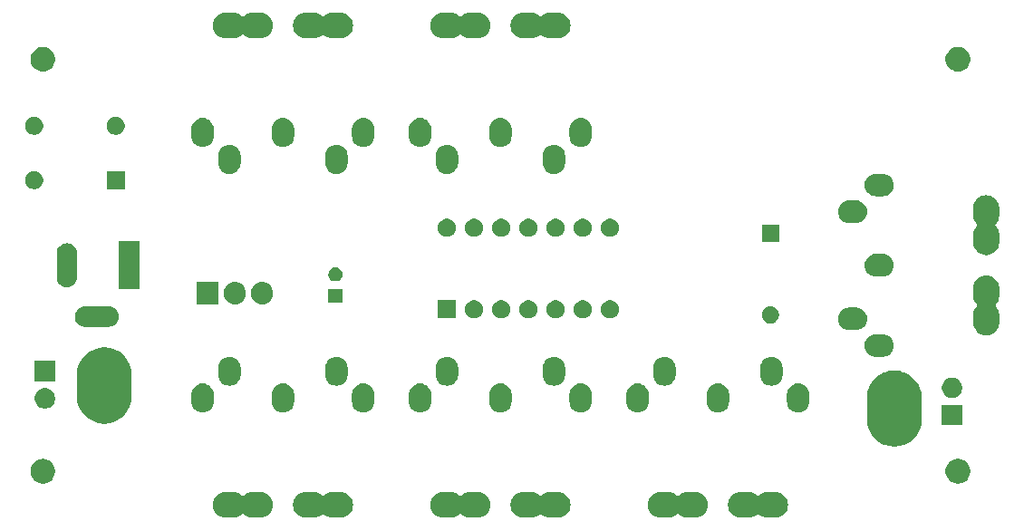
<source format=gbr>
G04 #@! TF.GenerationSoftware,KiCad,Pcbnew,(5.1.5-0-10_14)*
G04 #@! TF.CreationDate,2020-09-12T12:44:00+03:00*
G04 #@! TF.ProjectId,midi_splitter,6d696469-5f73-4706-9c69-747465722e6b,rev?*
G04 #@! TF.SameCoordinates,Original*
G04 #@! TF.FileFunction,Soldermask,Bot*
G04 #@! TF.FilePolarity,Negative*
%FSLAX46Y46*%
G04 Gerber Fmt 4.6, Leading zero omitted, Abs format (unit mm)*
G04 Created by KiCad (PCBNEW (5.1.5-0-10_14)) date 2020-09-12 12:44:00*
%MOMM*%
%LPD*%
G04 APERTURE LIST*
%ADD10C,0.100000*%
G04 APERTURE END LIST*
D10*
G36*
X171405437Y-136216378D02*
G01*
X171631827Y-136285052D01*
X171840468Y-136396573D01*
X171990704Y-136519869D01*
X172011076Y-136533481D01*
X172033714Y-136542859D01*
X172057748Y-136547639D01*
X172082252Y-136547639D01*
X172106285Y-136542859D01*
X172128924Y-136533481D01*
X172149296Y-136519869D01*
X172299532Y-136396573D01*
X172508173Y-136285052D01*
X172734563Y-136216378D01*
X172911001Y-136199000D01*
X173728999Y-136199000D01*
X173905437Y-136216378D01*
X174131827Y-136285052D01*
X174340468Y-136396573D01*
X174523344Y-136546656D01*
X174673427Y-136729532D01*
X174784948Y-136938173D01*
X174853622Y-137164563D01*
X174876811Y-137400000D01*
X174853622Y-137635437D01*
X174784948Y-137861827D01*
X174673427Y-138070468D01*
X174523344Y-138253344D01*
X174340468Y-138403427D01*
X174131827Y-138514948D01*
X173905437Y-138583622D01*
X173728999Y-138601000D01*
X172911001Y-138601000D01*
X172734563Y-138583622D01*
X172508173Y-138514948D01*
X172299532Y-138403427D01*
X172149296Y-138280131D01*
X172128924Y-138266519D01*
X172106286Y-138257141D01*
X172082252Y-138252361D01*
X172057748Y-138252361D01*
X172033715Y-138257141D01*
X172011076Y-138266519D01*
X171990704Y-138280131D01*
X171840468Y-138403427D01*
X171631827Y-138514948D01*
X171405437Y-138583622D01*
X171228999Y-138601000D01*
X170411001Y-138601000D01*
X170234563Y-138583622D01*
X170008173Y-138514948D01*
X169799532Y-138403427D01*
X169616656Y-138253344D01*
X169466573Y-138070468D01*
X169355052Y-137861827D01*
X169286378Y-137635437D01*
X169263189Y-137400000D01*
X169286378Y-137164563D01*
X169355052Y-136938173D01*
X169466573Y-136729532D01*
X169616656Y-136546656D01*
X169799532Y-136396573D01*
X170008173Y-136285052D01*
X170234563Y-136216378D01*
X170411001Y-136199000D01*
X171228999Y-136199000D01*
X171405437Y-136216378D01*
G37*
G36*
X163905437Y-136216378D02*
G01*
X164131827Y-136285052D01*
X164340468Y-136396573D01*
X164490704Y-136519869D01*
X164511076Y-136533481D01*
X164533714Y-136542859D01*
X164557748Y-136547639D01*
X164582252Y-136547639D01*
X164606285Y-136542859D01*
X164628924Y-136533481D01*
X164649296Y-136519869D01*
X164799532Y-136396573D01*
X165008173Y-136285052D01*
X165234563Y-136216378D01*
X165411001Y-136199000D01*
X166228999Y-136199000D01*
X166405437Y-136216378D01*
X166631827Y-136285052D01*
X166840468Y-136396573D01*
X167023344Y-136546656D01*
X167173427Y-136729532D01*
X167284948Y-136938173D01*
X167353622Y-137164563D01*
X167376811Y-137400000D01*
X167353622Y-137635437D01*
X167284948Y-137861827D01*
X167173427Y-138070468D01*
X167023344Y-138253344D01*
X166840468Y-138403427D01*
X166631827Y-138514948D01*
X166405437Y-138583622D01*
X166228999Y-138601000D01*
X165411001Y-138601000D01*
X165234563Y-138583622D01*
X165008173Y-138514948D01*
X164799532Y-138403427D01*
X164649296Y-138280131D01*
X164628924Y-138266519D01*
X164606286Y-138257141D01*
X164582252Y-138252361D01*
X164557748Y-138252361D01*
X164533715Y-138257141D01*
X164511076Y-138266519D01*
X164490704Y-138280131D01*
X164340468Y-138403427D01*
X164131827Y-138514948D01*
X163905437Y-138583622D01*
X163728999Y-138601000D01*
X162911001Y-138601000D01*
X162734563Y-138583622D01*
X162508173Y-138514948D01*
X162299532Y-138403427D01*
X162116656Y-138253344D01*
X161966573Y-138070468D01*
X161855052Y-137861827D01*
X161786378Y-137635437D01*
X161763189Y-137400000D01*
X161786378Y-137164563D01*
X161855052Y-136938173D01*
X161966573Y-136729532D01*
X162116656Y-136546656D01*
X162299532Y-136396573D01*
X162508173Y-136285052D01*
X162734563Y-136216378D01*
X162911001Y-136199000D01*
X163728999Y-136199000D01*
X163905437Y-136216378D01*
G37*
G36*
X151085437Y-136216378D02*
G01*
X151311827Y-136285052D01*
X151520468Y-136396573D01*
X151670704Y-136519869D01*
X151691076Y-136533481D01*
X151713714Y-136542859D01*
X151737748Y-136547639D01*
X151762252Y-136547639D01*
X151786285Y-136542859D01*
X151808924Y-136533481D01*
X151829296Y-136519869D01*
X151979532Y-136396573D01*
X152188173Y-136285052D01*
X152414563Y-136216378D01*
X152591001Y-136199000D01*
X153408999Y-136199000D01*
X153585437Y-136216378D01*
X153811827Y-136285052D01*
X154020468Y-136396573D01*
X154203344Y-136546656D01*
X154353427Y-136729532D01*
X154464948Y-136938173D01*
X154533622Y-137164563D01*
X154556811Y-137400000D01*
X154533622Y-137635437D01*
X154464948Y-137861827D01*
X154353427Y-138070468D01*
X154203344Y-138253344D01*
X154020468Y-138403427D01*
X153811827Y-138514948D01*
X153585437Y-138583622D01*
X153408999Y-138601000D01*
X152591001Y-138601000D01*
X152414563Y-138583622D01*
X152188173Y-138514948D01*
X151979532Y-138403427D01*
X151829296Y-138280131D01*
X151808924Y-138266519D01*
X151786286Y-138257141D01*
X151762252Y-138252361D01*
X151737748Y-138252361D01*
X151713715Y-138257141D01*
X151691076Y-138266519D01*
X151670704Y-138280131D01*
X151520468Y-138403427D01*
X151311827Y-138514948D01*
X151085437Y-138583622D01*
X150908999Y-138601000D01*
X150091001Y-138601000D01*
X149914563Y-138583622D01*
X149688173Y-138514948D01*
X149479532Y-138403427D01*
X149296656Y-138253344D01*
X149146573Y-138070468D01*
X149035052Y-137861827D01*
X148966378Y-137635437D01*
X148943189Y-137400000D01*
X148966378Y-137164563D01*
X149035052Y-136938173D01*
X149146573Y-136729532D01*
X149296656Y-136546656D01*
X149479532Y-136396573D01*
X149688173Y-136285052D01*
X149914563Y-136216378D01*
X150091001Y-136199000D01*
X150908999Y-136199000D01*
X151085437Y-136216378D01*
G37*
G36*
X143585437Y-136216378D02*
G01*
X143811827Y-136285052D01*
X144020468Y-136396573D01*
X144170704Y-136519869D01*
X144191076Y-136533481D01*
X144213714Y-136542859D01*
X144237748Y-136547639D01*
X144262252Y-136547639D01*
X144286285Y-136542859D01*
X144308924Y-136533481D01*
X144329296Y-136519869D01*
X144479532Y-136396573D01*
X144688173Y-136285052D01*
X144914563Y-136216378D01*
X145091001Y-136199000D01*
X145908999Y-136199000D01*
X146085437Y-136216378D01*
X146311827Y-136285052D01*
X146520468Y-136396573D01*
X146703344Y-136546656D01*
X146853427Y-136729532D01*
X146964948Y-136938173D01*
X147033622Y-137164563D01*
X147056811Y-137400000D01*
X147033622Y-137635437D01*
X146964948Y-137861827D01*
X146853427Y-138070468D01*
X146703344Y-138253344D01*
X146520468Y-138403427D01*
X146311827Y-138514948D01*
X146085437Y-138583622D01*
X145908999Y-138601000D01*
X145091001Y-138601000D01*
X144914563Y-138583622D01*
X144688173Y-138514948D01*
X144479532Y-138403427D01*
X144329296Y-138280131D01*
X144308924Y-138266519D01*
X144286286Y-138257141D01*
X144262252Y-138252361D01*
X144237748Y-138252361D01*
X144213715Y-138257141D01*
X144191076Y-138266519D01*
X144170704Y-138280131D01*
X144020468Y-138403427D01*
X143811827Y-138514948D01*
X143585437Y-138583622D01*
X143408999Y-138601000D01*
X142591001Y-138601000D01*
X142414563Y-138583622D01*
X142188173Y-138514948D01*
X141979532Y-138403427D01*
X141796656Y-138253344D01*
X141646573Y-138070468D01*
X141535052Y-137861827D01*
X141466378Y-137635437D01*
X141443189Y-137400000D01*
X141466378Y-137164563D01*
X141535052Y-136938173D01*
X141646573Y-136729532D01*
X141796656Y-136546656D01*
X141979532Y-136396573D01*
X142188173Y-136285052D01*
X142414563Y-136216378D01*
X142591001Y-136199000D01*
X143408999Y-136199000D01*
X143585437Y-136216378D01*
G37*
G36*
X130765437Y-136216378D02*
G01*
X130991827Y-136285052D01*
X131200468Y-136396573D01*
X131350704Y-136519869D01*
X131371076Y-136533481D01*
X131393714Y-136542859D01*
X131417748Y-136547639D01*
X131442252Y-136547639D01*
X131466285Y-136542859D01*
X131488924Y-136533481D01*
X131509296Y-136519869D01*
X131659532Y-136396573D01*
X131868173Y-136285052D01*
X132094563Y-136216378D01*
X132271001Y-136199000D01*
X133088999Y-136199000D01*
X133265437Y-136216378D01*
X133491827Y-136285052D01*
X133700468Y-136396573D01*
X133883344Y-136546656D01*
X134033427Y-136729532D01*
X134144948Y-136938173D01*
X134213622Y-137164563D01*
X134236811Y-137400000D01*
X134213622Y-137635437D01*
X134144948Y-137861827D01*
X134033427Y-138070468D01*
X133883344Y-138253344D01*
X133700468Y-138403427D01*
X133491827Y-138514948D01*
X133265437Y-138583622D01*
X133088999Y-138601000D01*
X132271001Y-138601000D01*
X132094563Y-138583622D01*
X131868173Y-138514948D01*
X131659532Y-138403427D01*
X131509296Y-138280131D01*
X131488924Y-138266519D01*
X131466286Y-138257141D01*
X131442252Y-138252361D01*
X131417748Y-138252361D01*
X131393715Y-138257141D01*
X131371076Y-138266519D01*
X131350704Y-138280131D01*
X131200468Y-138403427D01*
X130991827Y-138514948D01*
X130765437Y-138583622D01*
X130588999Y-138601000D01*
X129771001Y-138601000D01*
X129594563Y-138583622D01*
X129368173Y-138514948D01*
X129159532Y-138403427D01*
X128976656Y-138253344D01*
X128826573Y-138070468D01*
X128715052Y-137861827D01*
X128646378Y-137635437D01*
X128623189Y-137400000D01*
X128646378Y-137164563D01*
X128715052Y-136938173D01*
X128826573Y-136729532D01*
X128976656Y-136546656D01*
X129159532Y-136396573D01*
X129368173Y-136285052D01*
X129594563Y-136216378D01*
X129771001Y-136199000D01*
X130588999Y-136199000D01*
X130765437Y-136216378D01*
G37*
G36*
X123265437Y-136216378D02*
G01*
X123491827Y-136285052D01*
X123700468Y-136396573D01*
X123850704Y-136519869D01*
X123871076Y-136533481D01*
X123893714Y-136542859D01*
X123917748Y-136547639D01*
X123942252Y-136547639D01*
X123966285Y-136542859D01*
X123988924Y-136533481D01*
X124009296Y-136519869D01*
X124159532Y-136396573D01*
X124368173Y-136285052D01*
X124594563Y-136216378D01*
X124771001Y-136199000D01*
X125588999Y-136199000D01*
X125765437Y-136216378D01*
X125991827Y-136285052D01*
X126200468Y-136396573D01*
X126383344Y-136546656D01*
X126533427Y-136729532D01*
X126644948Y-136938173D01*
X126713622Y-137164563D01*
X126736811Y-137400000D01*
X126713622Y-137635437D01*
X126644948Y-137861827D01*
X126533427Y-138070468D01*
X126383344Y-138253344D01*
X126200468Y-138403427D01*
X125991827Y-138514948D01*
X125765437Y-138583622D01*
X125588999Y-138601000D01*
X124771001Y-138601000D01*
X124594563Y-138583622D01*
X124368173Y-138514948D01*
X124159532Y-138403427D01*
X124009296Y-138280131D01*
X123988924Y-138266519D01*
X123966286Y-138257141D01*
X123942252Y-138252361D01*
X123917748Y-138252361D01*
X123893715Y-138257141D01*
X123871076Y-138266519D01*
X123850704Y-138280131D01*
X123700468Y-138403427D01*
X123491827Y-138514948D01*
X123265437Y-138583622D01*
X123088999Y-138601000D01*
X122271001Y-138601000D01*
X122094563Y-138583622D01*
X121868173Y-138514948D01*
X121659532Y-138403427D01*
X121476656Y-138253344D01*
X121326573Y-138070468D01*
X121215052Y-137861827D01*
X121146378Y-137635437D01*
X121123189Y-137400000D01*
X121146378Y-137164563D01*
X121215052Y-136938173D01*
X121326573Y-136729532D01*
X121476656Y-136546656D01*
X121659532Y-136396573D01*
X121868173Y-136285052D01*
X122094563Y-136216378D01*
X122271001Y-136199000D01*
X123088999Y-136199000D01*
X123265437Y-136216378D01*
G37*
G36*
X190974549Y-133121116D02*
G01*
X191085734Y-133143232D01*
X191295203Y-133229997D01*
X191483720Y-133355960D01*
X191644040Y-133516280D01*
X191770003Y-133704797D01*
X191856768Y-133914266D01*
X191901000Y-134136636D01*
X191901000Y-134363364D01*
X191856768Y-134585734D01*
X191770003Y-134795203D01*
X191644040Y-134983720D01*
X191483720Y-135144040D01*
X191295203Y-135270003D01*
X191085734Y-135356768D01*
X190974549Y-135378884D01*
X190863365Y-135401000D01*
X190636635Y-135401000D01*
X190525451Y-135378884D01*
X190414266Y-135356768D01*
X190204797Y-135270003D01*
X190016280Y-135144040D01*
X189855960Y-134983720D01*
X189729997Y-134795203D01*
X189643232Y-134585734D01*
X189599000Y-134363364D01*
X189599000Y-134136636D01*
X189643232Y-133914266D01*
X189729997Y-133704797D01*
X189855960Y-133516280D01*
X190016280Y-133355960D01*
X190204797Y-133229997D01*
X190414266Y-133143232D01*
X190525451Y-133121116D01*
X190636635Y-133099000D01*
X190863365Y-133099000D01*
X190974549Y-133121116D01*
G37*
G36*
X105474549Y-133121116D02*
G01*
X105585734Y-133143232D01*
X105795203Y-133229997D01*
X105983720Y-133355960D01*
X106144040Y-133516280D01*
X106270003Y-133704797D01*
X106356768Y-133914266D01*
X106401000Y-134136636D01*
X106401000Y-134363364D01*
X106356768Y-134585734D01*
X106270003Y-134795203D01*
X106144040Y-134983720D01*
X105983720Y-135144040D01*
X105795203Y-135270003D01*
X105585734Y-135356768D01*
X105474549Y-135378884D01*
X105363365Y-135401000D01*
X105136635Y-135401000D01*
X105025451Y-135378884D01*
X104914266Y-135356768D01*
X104704797Y-135270003D01*
X104516280Y-135144040D01*
X104355960Y-134983720D01*
X104229997Y-134795203D01*
X104143232Y-134585734D01*
X104099000Y-134363364D01*
X104099000Y-134136636D01*
X104143232Y-133914266D01*
X104229997Y-133704797D01*
X104355960Y-133516280D01*
X104516280Y-133355960D01*
X104704797Y-133229997D01*
X104914266Y-133143232D01*
X105025451Y-133121116D01*
X105136635Y-133099000D01*
X105363365Y-133099000D01*
X105474549Y-133121116D01*
G37*
G36*
X185300081Y-124885910D02*
G01*
X185607431Y-124979144D01*
X185780948Y-125031780D01*
X185780950Y-125031781D01*
X186224115Y-125268657D01*
X186612557Y-125587443D01*
X186931343Y-125975883D01*
X187070267Y-126235793D01*
X187168220Y-126419051D01*
X187200525Y-126525546D01*
X187314090Y-126899918D01*
X187351000Y-127274676D01*
X187351000Y-129525324D01*
X187314090Y-129900082D01*
X187168219Y-130380951D01*
X186931343Y-130824116D01*
X186612558Y-131212558D01*
X186224116Y-131531343D01*
X185780951Y-131768219D01*
X185780949Y-131768220D01*
X185607432Y-131820856D01*
X185300082Y-131914090D01*
X184800000Y-131963343D01*
X184299919Y-131914090D01*
X183992569Y-131820856D01*
X183819052Y-131768220D01*
X183819050Y-131768219D01*
X183375885Y-131531343D01*
X182987443Y-131212557D01*
X182668657Y-130824117D01*
X182431781Y-130380951D01*
X182285910Y-129900082D01*
X182249000Y-129525324D01*
X182249000Y-127274677D01*
X182285910Y-126899919D01*
X182399475Y-126525547D01*
X182431780Y-126419052D01*
X182466960Y-126353235D01*
X182668657Y-125975885D01*
X182987443Y-125587443D01*
X183375883Y-125268657D01*
X183819049Y-125031781D01*
X183819051Y-125031780D01*
X183992568Y-124979144D01*
X184299918Y-124885910D01*
X184800000Y-124836657D01*
X185300081Y-124885910D01*
G37*
G36*
X191151000Y-129951000D02*
G01*
X189249000Y-129951000D01*
X189249000Y-128049000D01*
X191151000Y-128049000D01*
X191151000Y-129951000D01*
G37*
G36*
X111498081Y-122723910D02*
G01*
X111805431Y-122817144D01*
X111978948Y-122869780D01*
X111978950Y-122869781D01*
X112422115Y-123106657D01*
X112810557Y-123425443D01*
X113129343Y-123813883D01*
X113366219Y-124257049D01*
X113512090Y-124737918D01*
X113549000Y-125112676D01*
X113549000Y-127363324D01*
X113512090Y-127738082D01*
X113366219Y-128218951D01*
X113129343Y-128662116D01*
X112810558Y-129050558D01*
X112422116Y-129369343D01*
X112130295Y-129525324D01*
X111978949Y-129606220D01*
X111805432Y-129658856D01*
X111498082Y-129752090D01*
X110998000Y-129801343D01*
X110497919Y-129752090D01*
X110190569Y-129658856D01*
X110017052Y-129606220D01*
X109865706Y-129525324D01*
X109573885Y-129369343D01*
X109185443Y-129050557D01*
X108866657Y-128662117D01*
X108629781Y-128218951D01*
X108483910Y-127738082D01*
X108447000Y-127363324D01*
X108447000Y-125112677D01*
X108483910Y-124737919D01*
X108629781Y-124257050D01*
X108866657Y-123813885D01*
X109185443Y-123425443D01*
X109573883Y-123106657D01*
X110017049Y-122869781D01*
X110017051Y-122869780D01*
X110190568Y-122817144D01*
X110497918Y-122723910D01*
X110998000Y-122674657D01*
X111498081Y-122723910D01*
G37*
G36*
X176026032Y-126064207D02*
G01*
X176224146Y-126124305D01*
X176224149Y-126124306D01*
X176320289Y-126175694D01*
X176406729Y-126221897D01*
X176566765Y-126353235D01*
X176698103Y-126513271D01*
X176719694Y-126553665D01*
X176795694Y-126695851D01*
X176811333Y-126747405D01*
X176855793Y-126893969D01*
X176871000Y-127048371D01*
X176871000Y-127751630D01*
X176855793Y-127906032D01*
X176795695Y-128104145D01*
X176795694Y-128104149D01*
X176755851Y-128178690D01*
X176698103Y-128286729D01*
X176566765Y-128446765D01*
X176406729Y-128578103D01*
X176290030Y-128640479D01*
X176224148Y-128675694D01*
X176224145Y-128675695D01*
X176026031Y-128735793D01*
X175820000Y-128756085D01*
X175613968Y-128735793D01*
X175415854Y-128675695D01*
X175415851Y-128675694D01*
X175319025Y-128623939D01*
X175233271Y-128578103D01*
X175073235Y-128446765D01*
X174941897Y-128286729D01*
X174844307Y-128104149D01*
X174844306Y-128104148D01*
X174826735Y-128046225D01*
X174784207Y-127906031D01*
X174769000Y-127751629D01*
X174769000Y-127048370D01*
X174784207Y-126893968D01*
X174803296Y-126831040D01*
X174844305Y-126695853D01*
X174920307Y-126553665D01*
X174941898Y-126513271D01*
X175073236Y-126353235D01*
X175233272Y-126221897D01*
X175319712Y-126175694D01*
X175415852Y-126124306D01*
X175415855Y-126124305D01*
X175613969Y-126064207D01*
X175820000Y-126043915D01*
X176026032Y-126064207D01*
G37*
G36*
X140706032Y-126064207D02*
G01*
X140904146Y-126124305D01*
X140904149Y-126124306D01*
X141000289Y-126175694D01*
X141086729Y-126221897D01*
X141246765Y-126353235D01*
X141378103Y-126513271D01*
X141399694Y-126553665D01*
X141475694Y-126695851D01*
X141491333Y-126747405D01*
X141535793Y-126893969D01*
X141551000Y-127048371D01*
X141551000Y-127751630D01*
X141535793Y-127906032D01*
X141475695Y-128104145D01*
X141475694Y-128104149D01*
X141435851Y-128178690D01*
X141378103Y-128286729D01*
X141246765Y-128446765D01*
X141086729Y-128578103D01*
X140970030Y-128640479D01*
X140904148Y-128675694D01*
X140904145Y-128675695D01*
X140706031Y-128735793D01*
X140500000Y-128756085D01*
X140293968Y-128735793D01*
X140095854Y-128675695D01*
X140095851Y-128675694D01*
X139999025Y-128623939D01*
X139913271Y-128578103D01*
X139753235Y-128446765D01*
X139621897Y-128286729D01*
X139524307Y-128104149D01*
X139524306Y-128104148D01*
X139506735Y-128046225D01*
X139464207Y-127906031D01*
X139449000Y-127751629D01*
X139449000Y-127048370D01*
X139464207Y-126893968D01*
X139483296Y-126831040D01*
X139524305Y-126695853D01*
X139600307Y-126553665D01*
X139621898Y-126513271D01*
X139753236Y-126353235D01*
X139913272Y-126221897D01*
X139999712Y-126175694D01*
X140095852Y-126124306D01*
X140095855Y-126124305D01*
X140293969Y-126064207D01*
X140500000Y-126043915D01*
X140706032Y-126064207D01*
G37*
G36*
X161026032Y-126064207D02*
G01*
X161224146Y-126124305D01*
X161224149Y-126124306D01*
X161320289Y-126175694D01*
X161406729Y-126221897D01*
X161566765Y-126353235D01*
X161698103Y-126513271D01*
X161719694Y-126553665D01*
X161795694Y-126695851D01*
X161811333Y-126747405D01*
X161855793Y-126893969D01*
X161871000Y-127048371D01*
X161871000Y-127751630D01*
X161855793Y-127906032D01*
X161795695Y-128104145D01*
X161795694Y-128104149D01*
X161755851Y-128178690D01*
X161698103Y-128286729D01*
X161566765Y-128446765D01*
X161406729Y-128578103D01*
X161290030Y-128640479D01*
X161224148Y-128675694D01*
X161224145Y-128675695D01*
X161026031Y-128735793D01*
X160820000Y-128756085D01*
X160613968Y-128735793D01*
X160415854Y-128675695D01*
X160415851Y-128675694D01*
X160319025Y-128623939D01*
X160233271Y-128578103D01*
X160073235Y-128446765D01*
X159941897Y-128286729D01*
X159844307Y-128104149D01*
X159844306Y-128104148D01*
X159826735Y-128046225D01*
X159784207Y-127906031D01*
X159769000Y-127751629D01*
X159769000Y-127048370D01*
X159784207Y-126893968D01*
X159803296Y-126831040D01*
X159844305Y-126695853D01*
X159920307Y-126553665D01*
X159941898Y-126513271D01*
X160073236Y-126353235D01*
X160233272Y-126221897D01*
X160319712Y-126175694D01*
X160415852Y-126124306D01*
X160415855Y-126124305D01*
X160613969Y-126064207D01*
X160820000Y-126043915D01*
X161026032Y-126064207D01*
G37*
G36*
X155706032Y-126064207D02*
G01*
X155904146Y-126124305D01*
X155904149Y-126124306D01*
X156000289Y-126175694D01*
X156086729Y-126221897D01*
X156246765Y-126353235D01*
X156378103Y-126513271D01*
X156399694Y-126553665D01*
X156475694Y-126695851D01*
X156491333Y-126747405D01*
X156535793Y-126893969D01*
X156551000Y-127048371D01*
X156551000Y-127751630D01*
X156535793Y-127906032D01*
X156475695Y-128104145D01*
X156475694Y-128104149D01*
X156435851Y-128178690D01*
X156378103Y-128286729D01*
X156246765Y-128446765D01*
X156086729Y-128578103D01*
X155970030Y-128640479D01*
X155904148Y-128675694D01*
X155904145Y-128675695D01*
X155706031Y-128735793D01*
X155500000Y-128756085D01*
X155293968Y-128735793D01*
X155095854Y-128675695D01*
X155095851Y-128675694D01*
X154999025Y-128623939D01*
X154913271Y-128578103D01*
X154753235Y-128446765D01*
X154621897Y-128286729D01*
X154524307Y-128104149D01*
X154524306Y-128104148D01*
X154506735Y-128046225D01*
X154464207Y-127906031D01*
X154449000Y-127751629D01*
X154449000Y-127048370D01*
X154464207Y-126893968D01*
X154483296Y-126831040D01*
X154524305Y-126695853D01*
X154600307Y-126553665D01*
X154621898Y-126513271D01*
X154753236Y-126353235D01*
X154913272Y-126221897D01*
X154999712Y-126175694D01*
X155095852Y-126124306D01*
X155095855Y-126124305D01*
X155293969Y-126064207D01*
X155500000Y-126043915D01*
X155706032Y-126064207D01*
G37*
G36*
X148206032Y-126064207D02*
G01*
X148404146Y-126124305D01*
X148404149Y-126124306D01*
X148500289Y-126175694D01*
X148586729Y-126221897D01*
X148746765Y-126353235D01*
X148878103Y-126513271D01*
X148899694Y-126553665D01*
X148975694Y-126695851D01*
X148991333Y-126747405D01*
X149035793Y-126893969D01*
X149051000Y-127048371D01*
X149051000Y-127751630D01*
X149035793Y-127906032D01*
X148975695Y-128104145D01*
X148975694Y-128104149D01*
X148935851Y-128178690D01*
X148878103Y-128286729D01*
X148746765Y-128446765D01*
X148586729Y-128578103D01*
X148470030Y-128640479D01*
X148404148Y-128675694D01*
X148404145Y-128675695D01*
X148206031Y-128735793D01*
X148000000Y-128756085D01*
X147793968Y-128735793D01*
X147595854Y-128675695D01*
X147595851Y-128675694D01*
X147499025Y-128623939D01*
X147413271Y-128578103D01*
X147253235Y-128446765D01*
X147121897Y-128286729D01*
X147024307Y-128104149D01*
X147024306Y-128104148D01*
X147006735Y-128046225D01*
X146964207Y-127906031D01*
X146949000Y-127751629D01*
X146949000Y-127048370D01*
X146964207Y-126893968D01*
X146983296Y-126831040D01*
X147024305Y-126695853D01*
X147100307Y-126553665D01*
X147121898Y-126513271D01*
X147253236Y-126353235D01*
X147413272Y-126221897D01*
X147499712Y-126175694D01*
X147595852Y-126124306D01*
X147595855Y-126124305D01*
X147793969Y-126064207D01*
X148000000Y-126043915D01*
X148206032Y-126064207D01*
G37*
G36*
X120386032Y-126064207D02*
G01*
X120584146Y-126124305D01*
X120584149Y-126124306D01*
X120680289Y-126175694D01*
X120766729Y-126221897D01*
X120926765Y-126353235D01*
X121058103Y-126513271D01*
X121079694Y-126553665D01*
X121155694Y-126695851D01*
X121171333Y-126747405D01*
X121215793Y-126893969D01*
X121231000Y-127048371D01*
X121231000Y-127751630D01*
X121215793Y-127906032D01*
X121155695Y-128104145D01*
X121155694Y-128104149D01*
X121115851Y-128178690D01*
X121058103Y-128286729D01*
X120926765Y-128446765D01*
X120766729Y-128578103D01*
X120650030Y-128640479D01*
X120584148Y-128675694D01*
X120584145Y-128675695D01*
X120386031Y-128735793D01*
X120180000Y-128756085D01*
X119973968Y-128735793D01*
X119775854Y-128675695D01*
X119775851Y-128675694D01*
X119679025Y-128623939D01*
X119593271Y-128578103D01*
X119433235Y-128446765D01*
X119301897Y-128286729D01*
X119204307Y-128104149D01*
X119204306Y-128104148D01*
X119186735Y-128046225D01*
X119144207Y-127906031D01*
X119129000Y-127751629D01*
X119129000Y-127048370D01*
X119144207Y-126893968D01*
X119163296Y-126831040D01*
X119204305Y-126695853D01*
X119280307Y-126553665D01*
X119301898Y-126513271D01*
X119433236Y-126353235D01*
X119593272Y-126221897D01*
X119679712Y-126175694D01*
X119775852Y-126124306D01*
X119775855Y-126124305D01*
X119973969Y-126064207D01*
X120180000Y-126043915D01*
X120386032Y-126064207D01*
G37*
G36*
X127886032Y-126064207D02*
G01*
X128084146Y-126124305D01*
X128084149Y-126124306D01*
X128180289Y-126175694D01*
X128266729Y-126221897D01*
X128426765Y-126353235D01*
X128558103Y-126513271D01*
X128579694Y-126553665D01*
X128655694Y-126695851D01*
X128671333Y-126747405D01*
X128715793Y-126893969D01*
X128731000Y-127048371D01*
X128731000Y-127751630D01*
X128715793Y-127906032D01*
X128655695Y-128104145D01*
X128655694Y-128104149D01*
X128615851Y-128178690D01*
X128558103Y-128286729D01*
X128426765Y-128446765D01*
X128266729Y-128578103D01*
X128150030Y-128640479D01*
X128084148Y-128675694D01*
X128084145Y-128675695D01*
X127886031Y-128735793D01*
X127680000Y-128756085D01*
X127473968Y-128735793D01*
X127275854Y-128675695D01*
X127275851Y-128675694D01*
X127179025Y-128623939D01*
X127093271Y-128578103D01*
X126933235Y-128446765D01*
X126801897Y-128286729D01*
X126704307Y-128104149D01*
X126704306Y-128104148D01*
X126686735Y-128046225D01*
X126644207Y-127906031D01*
X126629000Y-127751629D01*
X126629000Y-127048370D01*
X126644207Y-126893968D01*
X126663296Y-126831040D01*
X126704305Y-126695853D01*
X126780307Y-126553665D01*
X126801898Y-126513271D01*
X126933236Y-126353235D01*
X127093272Y-126221897D01*
X127179712Y-126175694D01*
X127275852Y-126124306D01*
X127275855Y-126124305D01*
X127473969Y-126064207D01*
X127680000Y-126043915D01*
X127886032Y-126064207D01*
G37*
G36*
X168526032Y-126064207D02*
G01*
X168724146Y-126124305D01*
X168724149Y-126124306D01*
X168820289Y-126175694D01*
X168906729Y-126221897D01*
X169066765Y-126353235D01*
X169198103Y-126513271D01*
X169219694Y-126553665D01*
X169295694Y-126695851D01*
X169311333Y-126747405D01*
X169355793Y-126893969D01*
X169371000Y-127048371D01*
X169371000Y-127751630D01*
X169355793Y-127906032D01*
X169295695Y-128104145D01*
X169295694Y-128104149D01*
X169255851Y-128178690D01*
X169198103Y-128286729D01*
X169066765Y-128446765D01*
X168906729Y-128578103D01*
X168790030Y-128640479D01*
X168724148Y-128675694D01*
X168724145Y-128675695D01*
X168526031Y-128735793D01*
X168320000Y-128756085D01*
X168113968Y-128735793D01*
X167915854Y-128675695D01*
X167915851Y-128675694D01*
X167819025Y-128623939D01*
X167733271Y-128578103D01*
X167573235Y-128446765D01*
X167441897Y-128286729D01*
X167344307Y-128104149D01*
X167344306Y-128104148D01*
X167326735Y-128046225D01*
X167284207Y-127906031D01*
X167269000Y-127751629D01*
X167269000Y-127048370D01*
X167284207Y-126893968D01*
X167303296Y-126831040D01*
X167344305Y-126695853D01*
X167420307Y-126553665D01*
X167441898Y-126513271D01*
X167573236Y-126353235D01*
X167733272Y-126221897D01*
X167819712Y-126175694D01*
X167915852Y-126124306D01*
X167915855Y-126124305D01*
X168113969Y-126064207D01*
X168320000Y-126043915D01*
X168526032Y-126064207D01*
G37*
G36*
X135386032Y-126064207D02*
G01*
X135584146Y-126124305D01*
X135584149Y-126124306D01*
X135680289Y-126175694D01*
X135766729Y-126221897D01*
X135926765Y-126353235D01*
X136058103Y-126513271D01*
X136079694Y-126553665D01*
X136155694Y-126695851D01*
X136171333Y-126747405D01*
X136215793Y-126893969D01*
X136231000Y-127048371D01*
X136231000Y-127751630D01*
X136215793Y-127906032D01*
X136155695Y-128104145D01*
X136155694Y-128104149D01*
X136115851Y-128178690D01*
X136058103Y-128286729D01*
X135926765Y-128446765D01*
X135766729Y-128578103D01*
X135650030Y-128640479D01*
X135584148Y-128675694D01*
X135584145Y-128675695D01*
X135386031Y-128735793D01*
X135180000Y-128756085D01*
X134973968Y-128735793D01*
X134775854Y-128675695D01*
X134775851Y-128675694D01*
X134679025Y-128623939D01*
X134593271Y-128578103D01*
X134433235Y-128446765D01*
X134301897Y-128286729D01*
X134204307Y-128104149D01*
X134204306Y-128104148D01*
X134186735Y-128046225D01*
X134144207Y-127906031D01*
X134129000Y-127751629D01*
X134129000Y-127048370D01*
X134144207Y-126893968D01*
X134163296Y-126831040D01*
X134204305Y-126695853D01*
X134280307Y-126553665D01*
X134301898Y-126513271D01*
X134433236Y-126353235D01*
X134593272Y-126221897D01*
X134679712Y-126175694D01*
X134775852Y-126124306D01*
X134775855Y-126124305D01*
X134973969Y-126064207D01*
X135180000Y-126043915D01*
X135386032Y-126064207D01*
G37*
G36*
X105727395Y-126525546D02*
G01*
X105900466Y-126597234D01*
X105900467Y-126597235D01*
X106056227Y-126701310D01*
X106188690Y-126833773D01*
X106188691Y-126833775D01*
X106292766Y-126989534D01*
X106364454Y-127162605D01*
X106401000Y-127346333D01*
X106401000Y-127533667D01*
X106364454Y-127717395D01*
X106292766Y-127890466D01*
X106292765Y-127890467D01*
X106188690Y-128046227D01*
X106056227Y-128178690D01*
X105995975Y-128218949D01*
X105900466Y-128282766D01*
X105727395Y-128354454D01*
X105543667Y-128391000D01*
X105356333Y-128391000D01*
X105172605Y-128354454D01*
X104999534Y-128282766D01*
X104904025Y-128218949D01*
X104843773Y-128178690D01*
X104711310Y-128046227D01*
X104607235Y-127890467D01*
X104607234Y-127890466D01*
X104535546Y-127717395D01*
X104499000Y-127533667D01*
X104499000Y-127346333D01*
X104535546Y-127162605D01*
X104607234Y-126989534D01*
X104711309Y-126833775D01*
X104711310Y-126833773D01*
X104843773Y-126701310D01*
X104999533Y-126597235D01*
X104999534Y-126597234D01*
X105172605Y-126525546D01*
X105356333Y-126489000D01*
X105543667Y-126489000D01*
X105727395Y-126525546D01*
G37*
G36*
X190477395Y-125545546D02*
G01*
X190650466Y-125617234D01*
X190650467Y-125617235D01*
X190806227Y-125721310D01*
X190938690Y-125853773D01*
X190938691Y-125853775D01*
X191042766Y-126009534D01*
X191114454Y-126182605D01*
X191151000Y-126366333D01*
X191151000Y-126553667D01*
X191114454Y-126737395D01*
X191042766Y-126910466D01*
X191042765Y-126910467D01*
X190938690Y-127066227D01*
X190806227Y-127198690D01*
X190727818Y-127251081D01*
X190650466Y-127302766D01*
X190477395Y-127374454D01*
X190293667Y-127411000D01*
X190106333Y-127411000D01*
X189922605Y-127374454D01*
X189749534Y-127302766D01*
X189672182Y-127251081D01*
X189593773Y-127198690D01*
X189461310Y-127066227D01*
X189357235Y-126910467D01*
X189357234Y-126910466D01*
X189285546Y-126737395D01*
X189249000Y-126553667D01*
X189249000Y-126366333D01*
X189285546Y-126182605D01*
X189357234Y-126009534D01*
X189461309Y-125853775D01*
X189461310Y-125853773D01*
X189593773Y-125721310D01*
X189749533Y-125617235D01*
X189749534Y-125617234D01*
X189922605Y-125545546D01*
X190106333Y-125509000D01*
X190293667Y-125509000D01*
X190477395Y-125545546D01*
G37*
G36*
X153206032Y-123564207D02*
G01*
X153404146Y-123624305D01*
X153404149Y-123624306D01*
X153500975Y-123676061D01*
X153586729Y-123721897D01*
X153746765Y-123853235D01*
X153878103Y-124013271D01*
X153909291Y-124071621D01*
X153975694Y-124195851D01*
X153975695Y-124195855D01*
X154035793Y-124393969D01*
X154051000Y-124548371D01*
X154051000Y-125251630D01*
X154035793Y-125406032D01*
X153993471Y-125545546D01*
X153975694Y-125604149D01*
X153968699Y-125617235D01*
X153878103Y-125786729D01*
X153746765Y-125946765D01*
X153586729Y-126078103D01*
X153500290Y-126124305D01*
X153404148Y-126175694D01*
X153404145Y-126175695D01*
X153206031Y-126235793D01*
X153000000Y-126256085D01*
X152793968Y-126235793D01*
X152595854Y-126175695D01*
X152595851Y-126175694D01*
X152499025Y-126123939D01*
X152413271Y-126078103D01*
X152253235Y-125946765D01*
X152121897Y-125786729D01*
X152059521Y-125670030D01*
X152024306Y-125604148D01*
X152024305Y-125604145D01*
X151964207Y-125406031D01*
X151949000Y-125251629D01*
X151949000Y-124548370D01*
X151964207Y-124393968D01*
X152005741Y-124257052D01*
X152024305Y-124195853D01*
X152099184Y-124055765D01*
X152121898Y-124013271D01*
X152253236Y-123853235D01*
X152413272Y-123721897D01*
X152499026Y-123676061D01*
X152595852Y-123624306D01*
X152595855Y-123624305D01*
X152793969Y-123564207D01*
X153000000Y-123543915D01*
X153206032Y-123564207D01*
G37*
G36*
X132886032Y-123564207D02*
G01*
X133084146Y-123624305D01*
X133084149Y-123624306D01*
X133180975Y-123676061D01*
X133266729Y-123721897D01*
X133426765Y-123853235D01*
X133558103Y-124013271D01*
X133589291Y-124071621D01*
X133655694Y-124195851D01*
X133655695Y-124195855D01*
X133715793Y-124393969D01*
X133731000Y-124548371D01*
X133731000Y-125251630D01*
X133715793Y-125406032D01*
X133673471Y-125545546D01*
X133655694Y-125604149D01*
X133648699Y-125617235D01*
X133558103Y-125786729D01*
X133426765Y-125946765D01*
X133266729Y-126078103D01*
X133180290Y-126124305D01*
X133084148Y-126175694D01*
X133084145Y-126175695D01*
X132886031Y-126235793D01*
X132680000Y-126256085D01*
X132473968Y-126235793D01*
X132275854Y-126175695D01*
X132275851Y-126175694D01*
X132179025Y-126123939D01*
X132093271Y-126078103D01*
X131933235Y-125946765D01*
X131801897Y-125786729D01*
X131739521Y-125670030D01*
X131704306Y-125604148D01*
X131704305Y-125604145D01*
X131644207Y-125406031D01*
X131629000Y-125251629D01*
X131629000Y-124548370D01*
X131644207Y-124393968D01*
X131685741Y-124257052D01*
X131704305Y-124195853D01*
X131779184Y-124055765D01*
X131801898Y-124013271D01*
X131933236Y-123853235D01*
X132093272Y-123721897D01*
X132179026Y-123676061D01*
X132275852Y-123624306D01*
X132275855Y-123624305D01*
X132473969Y-123564207D01*
X132680000Y-123543915D01*
X132886032Y-123564207D01*
G37*
G36*
X143206032Y-123564207D02*
G01*
X143404146Y-123624305D01*
X143404149Y-123624306D01*
X143500975Y-123676061D01*
X143586729Y-123721897D01*
X143746765Y-123853235D01*
X143878103Y-124013271D01*
X143909291Y-124071621D01*
X143975694Y-124195851D01*
X143975695Y-124195855D01*
X144035793Y-124393969D01*
X144051000Y-124548371D01*
X144051000Y-125251630D01*
X144035793Y-125406032D01*
X143993471Y-125545546D01*
X143975694Y-125604149D01*
X143968699Y-125617235D01*
X143878103Y-125786729D01*
X143746765Y-125946765D01*
X143586729Y-126078103D01*
X143500290Y-126124305D01*
X143404148Y-126175694D01*
X143404145Y-126175695D01*
X143206031Y-126235793D01*
X143000000Y-126256085D01*
X142793968Y-126235793D01*
X142595854Y-126175695D01*
X142595851Y-126175694D01*
X142499025Y-126123939D01*
X142413271Y-126078103D01*
X142253235Y-125946765D01*
X142121897Y-125786729D01*
X142059521Y-125670030D01*
X142024306Y-125604148D01*
X142024305Y-125604145D01*
X141964207Y-125406031D01*
X141949000Y-125251629D01*
X141949000Y-124548370D01*
X141964207Y-124393968D01*
X142005741Y-124257052D01*
X142024305Y-124195853D01*
X142099184Y-124055765D01*
X142121898Y-124013271D01*
X142253236Y-123853235D01*
X142413272Y-123721897D01*
X142499026Y-123676061D01*
X142595852Y-123624306D01*
X142595855Y-123624305D01*
X142793969Y-123564207D01*
X143000000Y-123543915D01*
X143206032Y-123564207D01*
G37*
G36*
X122886032Y-123564207D02*
G01*
X123084146Y-123624305D01*
X123084149Y-123624306D01*
X123180975Y-123676061D01*
X123266729Y-123721897D01*
X123426765Y-123853235D01*
X123558103Y-124013271D01*
X123589291Y-124071621D01*
X123655694Y-124195851D01*
X123655695Y-124195855D01*
X123715793Y-124393969D01*
X123731000Y-124548371D01*
X123731000Y-125251630D01*
X123715793Y-125406032D01*
X123673471Y-125545546D01*
X123655694Y-125604149D01*
X123648699Y-125617235D01*
X123558103Y-125786729D01*
X123426765Y-125946765D01*
X123266729Y-126078103D01*
X123180290Y-126124305D01*
X123084148Y-126175694D01*
X123084145Y-126175695D01*
X122886031Y-126235793D01*
X122680000Y-126256085D01*
X122473968Y-126235793D01*
X122275854Y-126175695D01*
X122275851Y-126175694D01*
X122179025Y-126123939D01*
X122093271Y-126078103D01*
X121933235Y-125946765D01*
X121801897Y-125786729D01*
X121739521Y-125670030D01*
X121704306Y-125604148D01*
X121704305Y-125604145D01*
X121644207Y-125406031D01*
X121629000Y-125251629D01*
X121629000Y-124548370D01*
X121644207Y-124393968D01*
X121685741Y-124257052D01*
X121704305Y-124195853D01*
X121779184Y-124055765D01*
X121801898Y-124013271D01*
X121933236Y-123853235D01*
X122093272Y-123721897D01*
X122179026Y-123676061D01*
X122275852Y-123624306D01*
X122275855Y-123624305D01*
X122473969Y-123564207D01*
X122680000Y-123543915D01*
X122886032Y-123564207D01*
G37*
G36*
X163526032Y-123564207D02*
G01*
X163724146Y-123624305D01*
X163724149Y-123624306D01*
X163820975Y-123676061D01*
X163906729Y-123721897D01*
X164066765Y-123853235D01*
X164198103Y-124013271D01*
X164229291Y-124071621D01*
X164295694Y-124195851D01*
X164295695Y-124195855D01*
X164355793Y-124393969D01*
X164371000Y-124548371D01*
X164371000Y-125251630D01*
X164355793Y-125406032D01*
X164313471Y-125545546D01*
X164295694Y-125604149D01*
X164288699Y-125617235D01*
X164198103Y-125786729D01*
X164066765Y-125946765D01*
X163906729Y-126078103D01*
X163820290Y-126124305D01*
X163724148Y-126175694D01*
X163724145Y-126175695D01*
X163526031Y-126235793D01*
X163320000Y-126256085D01*
X163113968Y-126235793D01*
X162915854Y-126175695D01*
X162915851Y-126175694D01*
X162819025Y-126123939D01*
X162733271Y-126078103D01*
X162573235Y-125946765D01*
X162441897Y-125786729D01*
X162379521Y-125670030D01*
X162344306Y-125604148D01*
X162344305Y-125604145D01*
X162284207Y-125406031D01*
X162269000Y-125251629D01*
X162269000Y-124548370D01*
X162284207Y-124393968D01*
X162325741Y-124257052D01*
X162344305Y-124195853D01*
X162419184Y-124055765D01*
X162441898Y-124013271D01*
X162573236Y-123853235D01*
X162733272Y-123721897D01*
X162819026Y-123676061D01*
X162915852Y-123624306D01*
X162915855Y-123624305D01*
X163113969Y-123564207D01*
X163320000Y-123543915D01*
X163526032Y-123564207D01*
G37*
G36*
X173526032Y-123564207D02*
G01*
X173724146Y-123624305D01*
X173724149Y-123624306D01*
X173820975Y-123676061D01*
X173906729Y-123721897D01*
X174066765Y-123853235D01*
X174198103Y-124013271D01*
X174229291Y-124071621D01*
X174295694Y-124195851D01*
X174295695Y-124195855D01*
X174355793Y-124393969D01*
X174371000Y-124548371D01*
X174371000Y-125251630D01*
X174355793Y-125406032D01*
X174313471Y-125545546D01*
X174295694Y-125604149D01*
X174288699Y-125617235D01*
X174198103Y-125786729D01*
X174066765Y-125946765D01*
X173906729Y-126078103D01*
X173820290Y-126124305D01*
X173724148Y-126175694D01*
X173724145Y-126175695D01*
X173526031Y-126235793D01*
X173320000Y-126256085D01*
X173113968Y-126235793D01*
X172915854Y-126175695D01*
X172915851Y-126175694D01*
X172819025Y-126123939D01*
X172733271Y-126078103D01*
X172573235Y-125946765D01*
X172441897Y-125786729D01*
X172379521Y-125670030D01*
X172344306Y-125604148D01*
X172344305Y-125604145D01*
X172284207Y-125406031D01*
X172269000Y-125251629D01*
X172269000Y-124548370D01*
X172284207Y-124393968D01*
X172325741Y-124257052D01*
X172344305Y-124195853D01*
X172419184Y-124055765D01*
X172441898Y-124013271D01*
X172573236Y-123853235D01*
X172733272Y-123721897D01*
X172819026Y-123676061D01*
X172915852Y-123624306D01*
X172915855Y-123624305D01*
X173113969Y-123564207D01*
X173320000Y-123543915D01*
X173526032Y-123564207D01*
G37*
G36*
X106401000Y-125851000D02*
G01*
X104499000Y-125851000D01*
X104499000Y-123949000D01*
X106401000Y-123949000D01*
X106401000Y-125851000D01*
G37*
G36*
X183803097Y-121454069D02*
G01*
X183906032Y-121464207D01*
X184104146Y-121524305D01*
X184104149Y-121524306D01*
X184164959Y-121556810D01*
X184286729Y-121621897D01*
X184446765Y-121753235D01*
X184578103Y-121913271D01*
X184623939Y-121999025D01*
X184675694Y-122095851D01*
X184675695Y-122095854D01*
X184735793Y-122293968D01*
X184756085Y-122500000D01*
X184735793Y-122706032D01*
X184675695Y-122904146D01*
X184675694Y-122904149D01*
X184623939Y-123000975D01*
X184578103Y-123086729D01*
X184446765Y-123246765D01*
X184286729Y-123378103D01*
X184200975Y-123423939D01*
X184104149Y-123475694D01*
X184104146Y-123475695D01*
X183906032Y-123535793D01*
X183823566Y-123543915D01*
X183751631Y-123551000D01*
X183048369Y-123551000D01*
X182976434Y-123543915D01*
X182893968Y-123535793D01*
X182695854Y-123475695D01*
X182695851Y-123475694D01*
X182599025Y-123423939D01*
X182513271Y-123378103D01*
X182353235Y-123246765D01*
X182221897Y-123086729D01*
X182176061Y-123000975D01*
X182124306Y-122904149D01*
X182124305Y-122904146D01*
X182064207Y-122706032D01*
X182043915Y-122500000D01*
X182064207Y-122293968D01*
X182124305Y-122095854D01*
X182124306Y-122095851D01*
X182176061Y-121999025D01*
X182221897Y-121913271D01*
X182353235Y-121753235D01*
X182513271Y-121621897D01*
X182635041Y-121556810D01*
X182695851Y-121524306D01*
X182695854Y-121524305D01*
X182893968Y-121464207D01*
X182996903Y-121454069D01*
X183048369Y-121449000D01*
X183751631Y-121449000D01*
X183803097Y-121454069D01*
G37*
G36*
X193635437Y-115966378D02*
G01*
X193861827Y-116035052D01*
X194070468Y-116146573D01*
X194253344Y-116296656D01*
X194403427Y-116479532D01*
X194514948Y-116688173D01*
X194583622Y-116914564D01*
X194601000Y-117091002D01*
X194601000Y-117908999D01*
X194583622Y-118085437D01*
X194514948Y-118311827D01*
X194403427Y-118520468D01*
X194280131Y-118670704D01*
X194266519Y-118691076D01*
X194257141Y-118713714D01*
X194252361Y-118737748D01*
X194252361Y-118762252D01*
X194257141Y-118786285D01*
X194266519Y-118808924D01*
X194280131Y-118829296D01*
X194403427Y-118979532D01*
X194514948Y-119188173D01*
X194583622Y-119414564D01*
X194601000Y-119591002D01*
X194601000Y-120408999D01*
X194583622Y-120585437D01*
X194514948Y-120811827D01*
X194403427Y-121020468D01*
X194253344Y-121203344D01*
X194070467Y-121353427D01*
X193861826Y-121464948D01*
X193635436Y-121533622D01*
X193400000Y-121556811D01*
X193164563Y-121533622D01*
X192938173Y-121464948D01*
X192729532Y-121353427D01*
X192546656Y-121203344D01*
X192396573Y-121020467D01*
X192285052Y-120811826D01*
X192216378Y-120585436D01*
X192199000Y-120408998D01*
X192199000Y-119591001D01*
X192216378Y-119414563D01*
X192285052Y-119188173D01*
X192367662Y-119033622D01*
X192396573Y-118979532D01*
X192519867Y-118829299D01*
X192533481Y-118808924D01*
X192542859Y-118786286D01*
X192547639Y-118762252D01*
X192547639Y-118737748D01*
X192542859Y-118713715D01*
X192533481Y-118691076D01*
X192519870Y-118670706D01*
X192396573Y-118520467D01*
X192285052Y-118311826D01*
X192216378Y-118085436D01*
X192199000Y-117908998D01*
X192199000Y-117091001D01*
X192216378Y-116914563D01*
X192285052Y-116688173D01*
X192381892Y-116507000D01*
X192396573Y-116479533D01*
X192546657Y-116296656D01*
X192729533Y-116146573D01*
X192938174Y-116035052D01*
X193164564Y-115966378D01*
X193400000Y-115943189D01*
X193635437Y-115966378D01*
G37*
G36*
X181303097Y-118954069D02*
G01*
X181406032Y-118964207D01*
X181604146Y-119024305D01*
X181604149Y-119024306D01*
X181664961Y-119056811D01*
X181786729Y-119121897D01*
X181946765Y-119253235D01*
X182078103Y-119413271D01*
X182123939Y-119499025D01*
X182175694Y-119595851D01*
X182175695Y-119595854D01*
X182235793Y-119793968D01*
X182256085Y-120000000D01*
X182235793Y-120206032D01*
X182220581Y-120256178D01*
X182175694Y-120404149D01*
X182123939Y-120500975D01*
X182078103Y-120586729D01*
X181946765Y-120746765D01*
X181786729Y-120878103D01*
X181700975Y-120923939D01*
X181604149Y-120975694D01*
X181604146Y-120975695D01*
X181406032Y-121035793D01*
X181303097Y-121045931D01*
X181251631Y-121051000D01*
X180548369Y-121051000D01*
X180496903Y-121045931D01*
X180393968Y-121035793D01*
X180195854Y-120975695D01*
X180195851Y-120975694D01*
X180099025Y-120923939D01*
X180013271Y-120878103D01*
X179853235Y-120746765D01*
X179721897Y-120586729D01*
X179676061Y-120500975D01*
X179624306Y-120404149D01*
X179579419Y-120256178D01*
X179564207Y-120206032D01*
X179543915Y-120000000D01*
X179564207Y-119793968D01*
X179624305Y-119595854D01*
X179624306Y-119595851D01*
X179676061Y-119499025D01*
X179721897Y-119413271D01*
X179853235Y-119253235D01*
X180013271Y-119121897D01*
X180135039Y-119056811D01*
X180195851Y-119024306D01*
X180195854Y-119024305D01*
X180393968Y-118964207D01*
X180496903Y-118954069D01*
X180548369Y-118949000D01*
X181251631Y-118949000D01*
X181303097Y-118954069D01*
G37*
G36*
X111586425Y-118862760D02*
G01*
X111586428Y-118862761D01*
X111586429Y-118862761D01*
X111765693Y-118917140D01*
X111765696Y-118917142D01*
X111765697Y-118917142D01*
X111930903Y-119005446D01*
X112075712Y-119124288D01*
X112194554Y-119269097D01*
X112264714Y-119400358D01*
X112282860Y-119434307D01*
X112337239Y-119613571D01*
X112337240Y-119613575D01*
X112355601Y-119800000D01*
X112337240Y-119986425D01*
X112337239Y-119986428D01*
X112337239Y-119986429D01*
X112282860Y-120165693D01*
X112282858Y-120165696D01*
X112282858Y-120165697D01*
X112194554Y-120330903D01*
X112075712Y-120475712D01*
X111930903Y-120594554D01*
X111765697Y-120682858D01*
X111765693Y-120682860D01*
X111586429Y-120737239D01*
X111586428Y-120737239D01*
X111586425Y-120737240D01*
X111446718Y-120751000D01*
X109153282Y-120751000D01*
X109013575Y-120737240D01*
X109013572Y-120737239D01*
X109013571Y-120737239D01*
X108834307Y-120682860D01*
X108834303Y-120682858D01*
X108669097Y-120594554D01*
X108524288Y-120475712D01*
X108405446Y-120330903D01*
X108317142Y-120165697D01*
X108317142Y-120165696D01*
X108317140Y-120165693D01*
X108262761Y-119986429D01*
X108262761Y-119986428D01*
X108262760Y-119986425D01*
X108244399Y-119800000D01*
X108262760Y-119613575D01*
X108262761Y-119613571D01*
X108317140Y-119434307D01*
X108335286Y-119400358D01*
X108405446Y-119269097D01*
X108524288Y-119124288D01*
X108669097Y-119005446D01*
X108834303Y-118917142D01*
X108834304Y-118917142D01*
X108834307Y-118917140D01*
X109013571Y-118862761D01*
X109013572Y-118862761D01*
X109013575Y-118862760D01*
X109153282Y-118849000D01*
X111446718Y-118849000D01*
X111586425Y-118862760D01*
G37*
G36*
X173461642Y-118863781D02*
G01*
X173590461Y-118917140D01*
X173607416Y-118924163D01*
X173738608Y-119011822D01*
X173850178Y-119123392D01*
X173937837Y-119254584D01*
X173937838Y-119254586D01*
X173998219Y-119400358D01*
X174029000Y-119555107D01*
X174029000Y-119712893D01*
X173998219Y-119867642D01*
X173943394Y-120000000D01*
X173937837Y-120013416D01*
X173850178Y-120144608D01*
X173738608Y-120256178D01*
X173607416Y-120343837D01*
X173607415Y-120343838D01*
X173607414Y-120343838D01*
X173461642Y-120404219D01*
X173306893Y-120435000D01*
X173149107Y-120435000D01*
X172994358Y-120404219D01*
X172848586Y-120343838D01*
X172848585Y-120343838D01*
X172848584Y-120343837D01*
X172717392Y-120256178D01*
X172605822Y-120144608D01*
X172518163Y-120013416D01*
X172512606Y-120000000D01*
X172457781Y-119867642D01*
X172427000Y-119712893D01*
X172427000Y-119555107D01*
X172457781Y-119400358D01*
X172518162Y-119254586D01*
X172518163Y-119254584D01*
X172605822Y-119123392D01*
X172717392Y-119011822D01*
X172848584Y-118924163D01*
X172865539Y-118917140D01*
X172994358Y-118863781D01*
X173149107Y-118833000D01*
X173306893Y-118833000D01*
X173461642Y-118863781D01*
G37*
G36*
X158490228Y-118307703D02*
G01*
X158645100Y-118371853D01*
X158784481Y-118464985D01*
X158903015Y-118583519D01*
X158996147Y-118722900D01*
X159060297Y-118877772D01*
X159093000Y-119042184D01*
X159093000Y-119209816D01*
X159060297Y-119374228D01*
X158996147Y-119529100D01*
X158903015Y-119668481D01*
X158784481Y-119787015D01*
X158645100Y-119880147D01*
X158490228Y-119944297D01*
X158325816Y-119977000D01*
X158158184Y-119977000D01*
X157993772Y-119944297D01*
X157838900Y-119880147D01*
X157699519Y-119787015D01*
X157580985Y-119668481D01*
X157487853Y-119529100D01*
X157423703Y-119374228D01*
X157391000Y-119209816D01*
X157391000Y-119042184D01*
X157423703Y-118877772D01*
X157487853Y-118722900D01*
X157580985Y-118583519D01*
X157699519Y-118464985D01*
X157838900Y-118371853D01*
X157993772Y-118307703D01*
X158158184Y-118275000D01*
X158325816Y-118275000D01*
X158490228Y-118307703D01*
G37*
G36*
X155950228Y-118307703D02*
G01*
X156105100Y-118371853D01*
X156244481Y-118464985D01*
X156363015Y-118583519D01*
X156456147Y-118722900D01*
X156520297Y-118877772D01*
X156553000Y-119042184D01*
X156553000Y-119209816D01*
X156520297Y-119374228D01*
X156456147Y-119529100D01*
X156363015Y-119668481D01*
X156244481Y-119787015D01*
X156105100Y-119880147D01*
X155950228Y-119944297D01*
X155785816Y-119977000D01*
X155618184Y-119977000D01*
X155453772Y-119944297D01*
X155298900Y-119880147D01*
X155159519Y-119787015D01*
X155040985Y-119668481D01*
X154947853Y-119529100D01*
X154883703Y-119374228D01*
X154851000Y-119209816D01*
X154851000Y-119042184D01*
X154883703Y-118877772D01*
X154947853Y-118722900D01*
X155040985Y-118583519D01*
X155159519Y-118464985D01*
X155298900Y-118371853D01*
X155453772Y-118307703D01*
X155618184Y-118275000D01*
X155785816Y-118275000D01*
X155950228Y-118307703D01*
G37*
G36*
X153410228Y-118307703D02*
G01*
X153565100Y-118371853D01*
X153704481Y-118464985D01*
X153823015Y-118583519D01*
X153916147Y-118722900D01*
X153980297Y-118877772D01*
X154013000Y-119042184D01*
X154013000Y-119209816D01*
X153980297Y-119374228D01*
X153916147Y-119529100D01*
X153823015Y-119668481D01*
X153704481Y-119787015D01*
X153565100Y-119880147D01*
X153410228Y-119944297D01*
X153245816Y-119977000D01*
X153078184Y-119977000D01*
X152913772Y-119944297D01*
X152758900Y-119880147D01*
X152619519Y-119787015D01*
X152500985Y-119668481D01*
X152407853Y-119529100D01*
X152343703Y-119374228D01*
X152311000Y-119209816D01*
X152311000Y-119042184D01*
X152343703Y-118877772D01*
X152407853Y-118722900D01*
X152500985Y-118583519D01*
X152619519Y-118464985D01*
X152758900Y-118371853D01*
X152913772Y-118307703D01*
X153078184Y-118275000D01*
X153245816Y-118275000D01*
X153410228Y-118307703D01*
G37*
G36*
X150870228Y-118307703D02*
G01*
X151025100Y-118371853D01*
X151164481Y-118464985D01*
X151283015Y-118583519D01*
X151376147Y-118722900D01*
X151440297Y-118877772D01*
X151473000Y-119042184D01*
X151473000Y-119209816D01*
X151440297Y-119374228D01*
X151376147Y-119529100D01*
X151283015Y-119668481D01*
X151164481Y-119787015D01*
X151025100Y-119880147D01*
X150870228Y-119944297D01*
X150705816Y-119977000D01*
X150538184Y-119977000D01*
X150373772Y-119944297D01*
X150218900Y-119880147D01*
X150079519Y-119787015D01*
X149960985Y-119668481D01*
X149867853Y-119529100D01*
X149803703Y-119374228D01*
X149771000Y-119209816D01*
X149771000Y-119042184D01*
X149803703Y-118877772D01*
X149867853Y-118722900D01*
X149960985Y-118583519D01*
X150079519Y-118464985D01*
X150218900Y-118371853D01*
X150373772Y-118307703D01*
X150538184Y-118275000D01*
X150705816Y-118275000D01*
X150870228Y-118307703D01*
G37*
G36*
X148330228Y-118307703D02*
G01*
X148485100Y-118371853D01*
X148624481Y-118464985D01*
X148743015Y-118583519D01*
X148836147Y-118722900D01*
X148900297Y-118877772D01*
X148933000Y-119042184D01*
X148933000Y-119209816D01*
X148900297Y-119374228D01*
X148836147Y-119529100D01*
X148743015Y-119668481D01*
X148624481Y-119787015D01*
X148485100Y-119880147D01*
X148330228Y-119944297D01*
X148165816Y-119977000D01*
X147998184Y-119977000D01*
X147833772Y-119944297D01*
X147678900Y-119880147D01*
X147539519Y-119787015D01*
X147420985Y-119668481D01*
X147327853Y-119529100D01*
X147263703Y-119374228D01*
X147231000Y-119209816D01*
X147231000Y-119042184D01*
X147263703Y-118877772D01*
X147327853Y-118722900D01*
X147420985Y-118583519D01*
X147539519Y-118464985D01*
X147678900Y-118371853D01*
X147833772Y-118307703D01*
X147998184Y-118275000D01*
X148165816Y-118275000D01*
X148330228Y-118307703D01*
G37*
G36*
X145790228Y-118307703D02*
G01*
X145945100Y-118371853D01*
X146084481Y-118464985D01*
X146203015Y-118583519D01*
X146296147Y-118722900D01*
X146360297Y-118877772D01*
X146393000Y-119042184D01*
X146393000Y-119209816D01*
X146360297Y-119374228D01*
X146296147Y-119529100D01*
X146203015Y-119668481D01*
X146084481Y-119787015D01*
X145945100Y-119880147D01*
X145790228Y-119944297D01*
X145625816Y-119977000D01*
X145458184Y-119977000D01*
X145293772Y-119944297D01*
X145138900Y-119880147D01*
X144999519Y-119787015D01*
X144880985Y-119668481D01*
X144787853Y-119529100D01*
X144723703Y-119374228D01*
X144691000Y-119209816D01*
X144691000Y-119042184D01*
X144723703Y-118877772D01*
X144787853Y-118722900D01*
X144880985Y-118583519D01*
X144999519Y-118464985D01*
X145138900Y-118371853D01*
X145293772Y-118307703D01*
X145458184Y-118275000D01*
X145625816Y-118275000D01*
X145790228Y-118307703D01*
G37*
G36*
X143853000Y-119977000D02*
G01*
X142151000Y-119977000D01*
X142151000Y-118275000D01*
X143853000Y-118275000D01*
X143853000Y-119977000D01*
G37*
G36*
X123386719Y-116565520D02*
G01*
X123575880Y-116622901D01*
X123575883Y-116622902D01*
X123668333Y-116672318D01*
X123750212Y-116716083D01*
X123903015Y-116841485D01*
X124028417Y-116994288D01*
X124121599Y-117168619D01*
X124178980Y-117357780D01*
X124193500Y-117505206D01*
X124193500Y-117698793D01*
X124178980Y-117846219D01*
X124159938Y-117908991D01*
X124121598Y-118035383D01*
X124094845Y-118085434D01*
X124028417Y-118209712D01*
X123903015Y-118362515D01*
X123750212Y-118487917D01*
X123575881Y-118581099D01*
X123386720Y-118638480D01*
X123190000Y-118657855D01*
X122993281Y-118638480D01*
X122804120Y-118581099D01*
X122629788Y-118487917D01*
X122476985Y-118362515D01*
X122351583Y-118209712D01*
X122258401Y-118035381D01*
X122201020Y-117846220D01*
X122186500Y-117698794D01*
X122186500Y-117505207D01*
X122201020Y-117357781D01*
X122258401Y-117168620D01*
X122258402Y-117168617D01*
X122328625Y-117037240D01*
X122351583Y-116994288D01*
X122476985Y-116841485D01*
X122629788Y-116716083D01*
X122804119Y-116622901D01*
X122993280Y-116565520D01*
X123190000Y-116546145D01*
X123386719Y-116565520D01*
G37*
G36*
X125926719Y-116565520D02*
G01*
X126115880Y-116622901D01*
X126115883Y-116622902D01*
X126208333Y-116672318D01*
X126290212Y-116716083D01*
X126443015Y-116841485D01*
X126568417Y-116994288D01*
X126661599Y-117168619D01*
X126718980Y-117357780D01*
X126733500Y-117505206D01*
X126733500Y-117698793D01*
X126718980Y-117846219D01*
X126699938Y-117908991D01*
X126661598Y-118035383D01*
X126634845Y-118085434D01*
X126568417Y-118209712D01*
X126443015Y-118362515D01*
X126290212Y-118487917D01*
X126115881Y-118581099D01*
X125926720Y-118638480D01*
X125730000Y-118657855D01*
X125533281Y-118638480D01*
X125344120Y-118581099D01*
X125169788Y-118487917D01*
X125016985Y-118362515D01*
X124891583Y-118209712D01*
X124798401Y-118035381D01*
X124741020Y-117846220D01*
X124726500Y-117698794D01*
X124726500Y-117505207D01*
X124741020Y-117357781D01*
X124798401Y-117168620D01*
X124798402Y-117168617D01*
X124868625Y-117037240D01*
X124891583Y-116994288D01*
X125016985Y-116841485D01*
X125169788Y-116716083D01*
X125344119Y-116622901D01*
X125533280Y-116565520D01*
X125730000Y-116546145D01*
X125926719Y-116565520D01*
G37*
G36*
X121653500Y-118653000D02*
G01*
X119646500Y-118653000D01*
X119646500Y-116551000D01*
X121653500Y-116551000D01*
X121653500Y-118653000D01*
G37*
G36*
X133239000Y-118507000D02*
G01*
X131937000Y-118507000D01*
X131937000Y-117205000D01*
X133239000Y-117205000D01*
X133239000Y-118507000D01*
G37*
G36*
X114251000Y-117251000D02*
G01*
X112349000Y-117251000D01*
X112349000Y-112749000D01*
X114251000Y-112749000D01*
X114251000Y-117251000D01*
G37*
G36*
X107686425Y-112962760D02*
G01*
X107686428Y-112962761D01*
X107686429Y-112962761D01*
X107865693Y-113017140D01*
X107865696Y-113017142D01*
X107865697Y-113017142D01*
X108030903Y-113105446D01*
X108175712Y-113224288D01*
X108294554Y-113369097D01*
X108375463Y-113520468D01*
X108382860Y-113534307D01*
X108437239Y-113713571D01*
X108437240Y-113713575D01*
X108451000Y-113853282D01*
X108451000Y-116146718D01*
X108437240Y-116286425D01*
X108437239Y-116286428D01*
X108437239Y-116286429D01*
X108382860Y-116465693D01*
X108382858Y-116465696D01*
X108382858Y-116465697D01*
X108294554Y-116630903D01*
X108175712Y-116775712D01*
X108030903Y-116894554D01*
X107865696Y-116982858D01*
X107865692Y-116982860D01*
X107686428Y-117037239D01*
X107686427Y-117037239D01*
X107686424Y-117037240D01*
X107500000Y-117055601D01*
X107313575Y-117037240D01*
X107313572Y-117037239D01*
X107313571Y-117037239D01*
X107134307Y-116982860D01*
X107134303Y-116982858D01*
X106969097Y-116894554D01*
X106824288Y-116775712D01*
X106705446Y-116630903D01*
X106617142Y-116465696D01*
X106617141Y-116465693D01*
X106617140Y-116465692D01*
X106562761Y-116286428D01*
X106562761Y-116286427D01*
X106562760Y-116286424D01*
X106549000Y-116146717D01*
X106549001Y-113853282D01*
X106562761Y-113713575D01*
X106562762Y-113713571D01*
X106617141Y-113534307D01*
X106624538Y-113520468D01*
X106705447Y-113369097D01*
X106824289Y-113224288D01*
X106969098Y-113105446D01*
X107134304Y-113017142D01*
X107134305Y-113017142D01*
X107134308Y-113017140D01*
X107313572Y-112962761D01*
X107313573Y-112962761D01*
X107313576Y-112962760D01*
X107500000Y-112944399D01*
X107686425Y-112962760D01*
G37*
G36*
X132777890Y-115230017D02*
G01*
X132896364Y-115279091D01*
X133002988Y-115350335D01*
X133093665Y-115441012D01*
X133164909Y-115547636D01*
X133213983Y-115666110D01*
X133239000Y-115791882D01*
X133239000Y-115920118D01*
X133213983Y-116045890D01*
X133164909Y-116164364D01*
X133093665Y-116270988D01*
X133002988Y-116361665D01*
X132896364Y-116432909D01*
X132896363Y-116432910D01*
X132896362Y-116432910D01*
X132777890Y-116481983D01*
X132652119Y-116507000D01*
X132523881Y-116507000D01*
X132398110Y-116481983D01*
X132279638Y-116432910D01*
X132279637Y-116432910D01*
X132279636Y-116432909D01*
X132173012Y-116361665D01*
X132082335Y-116270988D01*
X132011091Y-116164364D01*
X131962017Y-116045890D01*
X131937000Y-115920118D01*
X131937000Y-115791882D01*
X131962017Y-115666110D01*
X132011091Y-115547636D01*
X132082335Y-115441012D01*
X132173012Y-115350335D01*
X132279636Y-115279091D01*
X132398110Y-115230017D01*
X132523881Y-115205000D01*
X132652119Y-115205000D01*
X132777890Y-115230017D01*
G37*
G36*
X183803097Y-113954069D02*
G01*
X183906032Y-113964207D01*
X184104146Y-114024305D01*
X184104149Y-114024306D01*
X184164959Y-114056810D01*
X184286729Y-114121897D01*
X184446765Y-114253235D01*
X184578103Y-114413271D01*
X184623939Y-114499025D01*
X184675694Y-114595851D01*
X184675695Y-114595854D01*
X184735793Y-114793968D01*
X184756085Y-115000000D01*
X184735793Y-115206032D01*
X184675695Y-115404146D01*
X184675694Y-115404149D01*
X184655990Y-115441012D01*
X184578103Y-115586729D01*
X184446765Y-115746765D01*
X184286729Y-115878103D01*
X184208124Y-115920118D01*
X184104149Y-115975694D01*
X184104146Y-115975695D01*
X183906032Y-116035793D01*
X183803514Y-116045890D01*
X183751631Y-116051000D01*
X183048369Y-116051000D01*
X182996486Y-116045890D01*
X182893968Y-116035793D01*
X182695854Y-115975695D01*
X182695851Y-115975694D01*
X182591876Y-115920118D01*
X182513271Y-115878103D01*
X182353235Y-115746765D01*
X182221897Y-115586729D01*
X182144010Y-115441012D01*
X182124306Y-115404149D01*
X182124305Y-115404146D01*
X182064207Y-115206032D01*
X182043915Y-115000000D01*
X182064207Y-114793968D01*
X182124305Y-114595854D01*
X182124306Y-114595851D01*
X182176061Y-114499025D01*
X182221897Y-114413271D01*
X182353235Y-114253235D01*
X182513271Y-114121897D01*
X182635041Y-114056810D01*
X182695851Y-114024306D01*
X182695854Y-114024305D01*
X182893968Y-113964207D01*
X182996903Y-113954069D01*
X183048369Y-113949000D01*
X183751631Y-113949000D01*
X183803097Y-113954069D01*
G37*
G36*
X193635437Y-108466378D02*
G01*
X193861827Y-108535052D01*
X194070468Y-108646573D01*
X194253344Y-108796656D01*
X194403427Y-108979532D01*
X194514948Y-109188173D01*
X194583622Y-109414564D01*
X194601000Y-109591002D01*
X194601000Y-110408999D01*
X194583622Y-110585437D01*
X194514948Y-110811827D01*
X194403427Y-111020468D01*
X194280131Y-111170704D01*
X194266519Y-111191076D01*
X194257141Y-111213714D01*
X194252361Y-111237748D01*
X194252361Y-111262252D01*
X194257141Y-111286285D01*
X194266519Y-111308924D01*
X194280131Y-111329296D01*
X194403427Y-111479532D01*
X194514948Y-111688173D01*
X194583622Y-111914564D01*
X194601000Y-112091002D01*
X194601000Y-112908999D01*
X194583622Y-113085437D01*
X194514948Y-113311827D01*
X194403427Y-113520468D01*
X194253344Y-113703344D01*
X194070467Y-113853427D01*
X193861826Y-113964948D01*
X193635436Y-114033622D01*
X193400000Y-114056811D01*
X193164563Y-114033622D01*
X192938173Y-113964948D01*
X192729532Y-113853427D01*
X192546656Y-113703344D01*
X192396573Y-113520467D01*
X192285052Y-113311826D01*
X192216378Y-113085436D01*
X192199000Y-112908998D01*
X192199000Y-112091001D01*
X192216378Y-111914563D01*
X192285052Y-111688173D01*
X192367662Y-111533622D01*
X192396573Y-111479532D01*
X192519867Y-111329299D01*
X192533481Y-111308924D01*
X192542859Y-111286286D01*
X192547639Y-111262252D01*
X192547639Y-111237748D01*
X192542859Y-111213715D01*
X192533481Y-111191076D01*
X192519870Y-111170706D01*
X192396573Y-111020467D01*
X192285052Y-110811826D01*
X192216378Y-110585436D01*
X192199000Y-110408998D01*
X192199000Y-109591001D01*
X192216378Y-109414563D01*
X192285052Y-109188173D01*
X192359400Y-109049079D01*
X192396573Y-108979533D01*
X192546657Y-108796656D01*
X192729533Y-108646573D01*
X192938174Y-108535052D01*
X193164564Y-108466378D01*
X193400000Y-108443189D01*
X193635437Y-108466378D01*
G37*
G36*
X174029000Y-112815000D02*
G01*
X172427000Y-112815000D01*
X172427000Y-111213000D01*
X174029000Y-111213000D01*
X174029000Y-112815000D01*
G37*
G36*
X143250228Y-110687703D02*
G01*
X143405100Y-110751853D01*
X143544481Y-110844985D01*
X143663015Y-110963519D01*
X143756147Y-111102900D01*
X143820297Y-111257772D01*
X143853000Y-111422184D01*
X143853000Y-111589816D01*
X143820297Y-111754228D01*
X143756147Y-111909100D01*
X143663015Y-112048481D01*
X143544481Y-112167015D01*
X143405100Y-112260147D01*
X143250228Y-112324297D01*
X143085816Y-112357000D01*
X142918184Y-112357000D01*
X142753772Y-112324297D01*
X142598900Y-112260147D01*
X142459519Y-112167015D01*
X142340985Y-112048481D01*
X142247853Y-111909100D01*
X142183703Y-111754228D01*
X142151000Y-111589816D01*
X142151000Y-111422184D01*
X142183703Y-111257772D01*
X142247853Y-111102900D01*
X142340985Y-110963519D01*
X142459519Y-110844985D01*
X142598900Y-110751853D01*
X142753772Y-110687703D01*
X142918184Y-110655000D01*
X143085816Y-110655000D01*
X143250228Y-110687703D01*
G37*
G36*
X145790228Y-110687703D02*
G01*
X145945100Y-110751853D01*
X146084481Y-110844985D01*
X146203015Y-110963519D01*
X146296147Y-111102900D01*
X146360297Y-111257772D01*
X146393000Y-111422184D01*
X146393000Y-111589816D01*
X146360297Y-111754228D01*
X146296147Y-111909100D01*
X146203015Y-112048481D01*
X146084481Y-112167015D01*
X145945100Y-112260147D01*
X145790228Y-112324297D01*
X145625816Y-112357000D01*
X145458184Y-112357000D01*
X145293772Y-112324297D01*
X145138900Y-112260147D01*
X144999519Y-112167015D01*
X144880985Y-112048481D01*
X144787853Y-111909100D01*
X144723703Y-111754228D01*
X144691000Y-111589816D01*
X144691000Y-111422184D01*
X144723703Y-111257772D01*
X144787853Y-111102900D01*
X144880985Y-110963519D01*
X144999519Y-110844985D01*
X145138900Y-110751853D01*
X145293772Y-110687703D01*
X145458184Y-110655000D01*
X145625816Y-110655000D01*
X145790228Y-110687703D01*
G37*
G36*
X148330228Y-110687703D02*
G01*
X148485100Y-110751853D01*
X148624481Y-110844985D01*
X148743015Y-110963519D01*
X148836147Y-111102900D01*
X148900297Y-111257772D01*
X148933000Y-111422184D01*
X148933000Y-111589816D01*
X148900297Y-111754228D01*
X148836147Y-111909100D01*
X148743015Y-112048481D01*
X148624481Y-112167015D01*
X148485100Y-112260147D01*
X148330228Y-112324297D01*
X148165816Y-112357000D01*
X147998184Y-112357000D01*
X147833772Y-112324297D01*
X147678900Y-112260147D01*
X147539519Y-112167015D01*
X147420985Y-112048481D01*
X147327853Y-111909100D01*
X147263703Y-111754228D01*
X147231000Y-111589816D01*
X147231000Y-111422184D01*
X147263703Y-111257772D01*
X147327853Y-111102900D01*
X147420985Y-110963519D01*
X147539519Y-110844985D01*
X147678900Y-110751853D01*
X147833772Y-110687703D01*
X147998184Y-110655000D01*
X148165816Y-110655000D01*
X148330228Y-110687703D01*
G37*
G36*
X150870228Y-110687703D02*
G01*
X151025100Y-110751853D01*
X151164481Y-110844985D01*
X151283015Y-110963519D01*
X151376147Y-111102900D01*
X151440297Y-111257772D01*
X151473000Y-111422184D01*
X151473000Y-111589816D01*
X151440297Y-111754228D01*
X151376147Y-111909100D01*
X151283015Y-112048481D01*
X151164481Y-112167015D01*
X151025100Y-112260147D01*
X150870228Y-112324297D01*
X150705816Y-112357000D01*
X150538184Y-112357000D01*
X150373772Y-112324297D01*
X150218900Y-112260147D01*
X150079519Y-112167015D01*
X149960985Y-112048481D01*
X149867853Y-111909100D01*
X149803703Y-111754228D01*
X149771000Y-111589816D01*
X149771000Y-111422184D01*
X149803703Y-111257772D01*
X149867853Y-111102900D01*
X149960985Y-110963519D01*
X150079519Y-110844985D01*
X150218900Y-110751853D01*
X150373772Y-110687703D01*
X150538184Y-110655000D01*
X150705816Y-110655000D01*
X150870228Y-110687703D01*
G37*
G36*
X153410228Y-110687703D02*
G01*
X153565100Y-110751853D01*
X153704481Y-110844985D01*
X153823015Y-110963519D01*
X153916147Y-111102900D01*
X153980297Y-111257772D01*
X154013000Y-111422184D01*
X154013000Y-111589816D01*
X153980297Y-111754228D01*
X153916147Y-111909100D01*
X153823015Y-112048481D01*
X153704481Y-112167015D01*
X153565100Y-112260147D01*
X153410228Y-112324297D01*
X153245816Y-112357000D01*
X153078184Y-112357000D01*
X152913772Y-112324297D01*
X152758900Y-112260147D01*
X152619519Y-112167015D01*
X152500985Y-112048481D01*
X152407853Y-111909100D01*
X152343703Y-111754228D01*
X152311000Y-111589816D01*
X152311000Y-111422184D01*
X152343703Y-111257772D01*
X152407853Y-111102900D01*
X152500985Y-110963519D01*
X152619519Y-110844985D01*
X152758900Y-110751853D01*
X152913772Y-110687703D01*
X153078184Y-110655000D01*
X153245816Y-110655000D01*
X153410228Y-110687703D01*
G37*
G36*
X155950228Y-110687703D02*
G01*
X156105100Y-110751853D01*
X156244481Y-110844985D01*
X156363015Y-110963519D01*
X156456147Y-111102900D01*
X156520297Y-111257772D01*
X156553000Y-111422184D01*
X156553000Y-111589816D01*
X156520297Y-111754228D01*
X156456147Y-111909100D01*
X156363015Y-112048481D01*
X156244481Y-112167015D01*
X156105100Y-112260147D01*
X155950228Y-112324297D01*
X155785816Y-112357000D01*
X155618184Y-112357000D01*
X155453772Y-112324297D01*
X155298900Y-112260147D01*
X155159519Y-112167015D01*
X155040985Y-112048481D01*
X154947853Y-111909100D01*
X154883703Y-111754228D01*
X154851000Y-111589816D01*
X154851000Y-111422184D01*
X154883703Y-111257772D01*
X154947853Y-111102900D01*
X155040985Y-110963519D01*
X155159519Y-110844985D01*
X155298900Y-110751853D01*
X155453772Y-110687703D01*
X155618184Y-110655000D01*
X155785816Y-110655000D01*
X155950228Y-110687703D01*
G37*
G36*
X158490228Y-110687703D02*
G01*
X158645100Y-110751853D01*
X158784481Y-110844985D01*
X158903015Y-110963519D01*
X158996147Y-111102900D01*
X159060297Y-111257772D01*
X159093000Y-111422184D01*
X159093000Y-111589816D01*
X159060297Y-111754228D01*
X158996147Y-111909100D01*
X158903015Y-112048481D01*
X158784481Y-112167015D01*
X158645100Y-112260147D01*
X158490228Y-112324297D01*
X158325816Y-112357000D01*
X158158184Y-112357000D01*
X157993772Y-112324297D01*
X157838900Y-112260147D01*
X157699519Y-112167015D01*
X157580985Y-112048481D01*
X157487853Y-111909100D01*
X157423703Y-111754228D01*
X157391000Y-111589816D01*
X157391000Y-111422184D01*
X157423703Y-111257772D01*
X157487853Y-111102900D01*
X157580985Y-110963519D01*
X157699519Y-110844985D01*
X157838900Y-110751853D01*
X157993772Y-110687703D01*
X158158184Y-110655000D01*
X158325816Y-110655000D01*
X158490228Y-110687703D01*
G37*
G36*
X181303097Y-108954069D02*
G01*
X181406032Y-108964207D01*
X181604146Y-109024305D01*
X181604149Y-109024306D01*
X181700975Y-109076061D01*
X181786729Y-109121897D01*
X181946765Y-109253235D01*
X182078103Y-109413271D01*
X182078795Y-109414566D01*
X182175694Y-109595851D01*
X182175695Y-109595854D01*
X182235793Y-109793968D01*
X182256085Y-110000000D01*
X182235793Y-110206032D01*
X182175695Y-110404146D01*
X182175694Y-110404149D01*
X182123939Y-110500975D01*
X182078103Y-110586729D01*
X181946765Y-110746765D01*
X181786729Y-110878103D01*
X181700975Y-110923939D01*
X181604149Y-110975694D01*
X181604146Y-110975695D01*
X181406032Y-111035793D01*
X181303097Y-111045931D01*
X181251631Y-111051000D01*
X180548369Y-111051000D01*
X180496903Y-111045931D01*
X180393968Y-111035793D01*
X180195854Y-110975695D01*
X180195851Y-110975694D01*
X180099025Y-110923939D01*
X180013271Y-110878103D01*
X179853235Y-110746765D01*
X179721897Y-110586729D01*
X179676061Y-110500975D01*
X179624306Y-110404149D01*
X179624305Y-110404146D01*
X179564207Y-110206032D01*
X179543915Y-110000000D01*
X179564207Y-109793968D01*
X179624305Y-109595854D01*
X179624306Y-109595851D01*
X179721205Y-109414566D01*
X179721897Y-109413271D01*
X179853235Y-109253235D01*
X180013271Y-109121897D01*
X180099025Y-109076061D01*
X180195851Y-109024306D01*
X180195854Y-109024305D01*
X180393968Y-108964207D01*
X180496903Y-108954069D01*
X180548369Y-108949000D01*
X181251631Y-108949000D01*
X181303097Y-108954069D01*
G37*
G36*
X183803097Y-106454069D02*
G01*
X183906032Y-106464207D01*
X184104146Y-106524305D01*
X184104149Y-106524306D01*
X184200975Y-106576061D01*
X184286729Y-106621897D01*
X184446765Y-106753235D01*
X184578103Y-106913271D01*
X184606385Y-106966184D01*
X184675694Y-107095851D01*
X184675695Y-107095854D01*
X184735793Y-107293968D01*
X184756085Y-107500000D01*
X184735793Y-107706032D01*
X184706029Y-107804148D01*
X184675694Y-107904149D01*
X184623939Y-108000975D01*
X184578103Y-108086729D01*
X184446765Y-108246765D01*
X184286729Y-108378103D01*
X184200975Y-108423939D01*
X184104149Y-108475694D01*
X184104146Y-108475695D01*
X183906032Y-108535793D01*
X183803097Y-108545931D01*
X183751631Y-108551000D01*
X183048369Y-108551000D01*
X182996903Y-108545931D01*
X182893968Y-108535793D01*
X182695854Y-108475695D01*
X182695851Y-108475694D01*
X182599025Y-108423939D01*
X182513271Y-108378103D01*
X182353235Y-108246765D01*
X182221897Y-108086729D01*
X182176061Y-108000975D01*
X182124306Y-107904149D01*
X182093971Y-107804148D01*
X182064207Y-107706032D01*
X182043915Y-107500000D01*
X182064207Y-107293968D01*
X182124305Y-107095854D01*
X182124306Y-107095851D01*
X182193615Y-106966184D01*
X182221897Y-106913271D01*
X182353235Y-106753235D01*
X182513271Y-106621897D01*
X182599025Y-106576061D01*
X182695851Y-106524306D01*
X182695854Y-106524305D01*
X182893968Y-106464207D01*
X182996903Y-106454069D01*
X183048369Y-106449000D01*
X183751631Y-106449000D01*
X183803097Y-106454069D01*
G37*
G36*
X104678228Y-106231703D02*
G01*
X104833100Y-106295853D01*
X104972481Y-106388985D01*
X105091015Y-106507519D01*
X105184147Y-106646900D01*
X105248297Y-106801772D01*
X105281000Y-106966184D01*
X105281000Y-107133816D01*
X105248297Y-107298228D01*
X105184147Y-107453100D01*
X105091015Y-107592481D01*
X104972481Y-107711015D01*
X104833100Y-107804147D01*
X104678228Y-107868297D01*
X104513816Y-107901000D01*
X104346184Y-107901000D01*
X104181772Y-107868297D01*
X104026900Y-107804147D01*
X103887519Y-107711015D01*
X103768985Y-107592481D01*
X103675853Y-107453100D01*
X103611703Y-107298228D01*
X103579000Y-107133816D01*
X103579000Y-106966184D01*
X103611703Y-106801772D01*
X103675853Y-106646900D01*
X103768985Y-106507519D01*
X103887519Y-106388985D01*
X104026900Y-106295853D01*
X104181772Y-106231703D01*
X104346184Y-106199000D01*
X104513816Y-106199000D01*
X104678228Y-106231703D01*
G37*
G36*
X112901000Y-107901000D02*
G01*
X111199000Y-107901000D01*
X111199000Y-106199000D01*
X112901000Y-106199000D01*
X112901000Y-107901000D01*
G37*
G36*
X153206031Y-103764207D02*
G01*
X153404145Y-103824305D01*
X153404148Y-103824306D01*
X153470030Y-103859521D01*
X153586729Y-103921897D01*
X153746765Y-104053235D01*
X153878103Y-104213271D01*
X153878104Y-104213273D01*
X153975694Y-104395851D01*
X153975694Y-104395852D01*
X153975695Y-104395854D01*
X154035793Y-104593968D01*
X154051000Y-104748370D01*
X154051000Y-105451629D01*
X154035793Y-105606031D01*
X153991333Y-105752595D01*
X153975694Y-105804149D01*
X153909291Y-105928379D01*
X153878103Y-105986729D01*
X153746765Y-106146765D01*
X153586729Y-106278103D01*
X153500975Y-106323939D01*
X153404149Y-106375694D01*
X153404146Y-106375695D01*
X153206032Y-106435793D01*
X153000000Y-106456085D01*
X152793969Y-106435793D01*
X152595855Y-106375695D01*
X152595852Y-106375694D01*
X152499026Y-106323939D01*
X152413272Y-106278103D01*
X152253236Y-106146765D01*
X152121898Y-105986729D01*
X152099184Y-105944235D01*
X152024305Y-105804147D01*
X151983296Y-105668960D01*
X151964207Y-105606032D01*
X151949000Y-105451630D01*
X151949000Y-104748371D01*
X151964207Y-104593969D01*
X152024305Y-104395855D01*
X152024306Y-104395852D01*
X152059521Y-104329970D01*
X152121897Y-104213271D01*
X152253235Y-104053235D01*
X152413271Y-103921897D01*
X152499711Y-103875694D01*
X152595851Y-103824306D01*
X152595854Y-103824305D01*
X152793968Y-103764207D01*
X153000000Y-103743915D01*
X153206031Y-103764207D01*
G37*
G36*
X143206031Y-103764207D02*
G01*
X143404145Y-103824305D01*
X143404148Y-103824306D01*
X143470030Y-103859521D01*
X143586729Y-103921897D01*
X143746765Y-104053235D01*
X143878103Y-104213271D01*
X143878104Y-104213273D01*
X143975694Y-104395851D01*
X143975694Y-104395852D01*
X143975695Y-104395854D01*
X144035793Y-104593968D01*
X144051000Y-104748370D01*
X144051000Y-105451629D01*
X144035793Y-105606031D01*
X143991333Y-105752595D01*
X143975694Y-105804149D01*
X143909291Y-105928379D01*
X143878103Y-105986729D01*
X143746765Y-106146765D01*
X143586729Y-106278103D01*
X143500975Y-106323939D01*
X143404149Y-106375694D01*
X143404146Y-106375695D01*
X143206032Y-106435793D01*
X143000000Y-106456085D01*
X142793969Y-106435793D01*
X142595855Y-106375695D01*
X142595852Y-106375694D01*
X142499026Y-106323939D01*
X142413272Y-106278103D01*
X142253236Y-106146765D01*
X142121898Y-105986729D01*
X142099184Y-105944235D01*
X142024305Y-105804147D01*
X141983296Y-105668960D01*
X141964207Y-105606032D01*
X141949000Y-105451630D01*
X141949000Y-104748371D01*
X141964207Y-104593969D01*
X142024305Y-104395855D01*
X142024306Y-104395852D01*
X142059521Y-104329970D01*
X142121897Y-104213271D01*
X142253235Y-104053235D01*
X142413271Y-103921897D01*
X142499711Y-103875694D01*
X142595851Y-103824306D01*
X142595854Y-103824305D01*
X142793968Y-103764207D01*
X143000000Y-103743915D01*
X143206031Y-103764207D01*
G37*
G36*
X132886031Y-103764207D02*
G01*
X133084145Y-103824305D01*
X133084148Y-103824306D01*
X133150030Y-103859521D01*
X133266729Y-103921897D01*
X133426765Y-104053235D01*
X133558103Y-104213271D01*
X133558104Y-104213273D01*
X133655694Y-104395851D01*
X133655694Y-104395852D01*
X133655695Y-104395854D01*
X133715793Y-104593968D01*
X133731000Y-104748370D01*
X133731000Y-105451629D01*
X133715793Y-105606031D01*
X133671333Y-105752595D01*
X133655694Y-105804149D01*
X133589291Y-105928379D01*
X133558103Y-105986729D01*
X133426765Y-106146765D01*
X133266729Y-106278103D01*
X133180975Y-106323939D01*
X133084149Y-106375694D01*
X133084146Y-106375695D01*
X132886032Y-106435793D01*
X132680000Y-106456085D01*
X132473969Y-106435793D01*
X132275855Y-106375695D01*
X132275852Y-106375694D01*
X132179026Y-106323939D01*
X132093272Y-106278103D01*
X131933236Y-106146765D01*
X131801898Y-105986729D01*
X131779184Y-105944235D01*
X131704305Y-105804147D01*
X131663296Y-105668960D01*
X131644207Y-105606032D01*
X131629000Y-105451630D01*
X131629000Y-104748371D01*
X131644207Y-104593969D01*
X131704305Y-104395855D01*
X131704306Y-104395852D01*
X131739521Y-104329970D01*
X131801897Y-104213271D01*
X131933235Y-104053235D01*
X132093271Y-103921897D01*
X132179711Y-103875694D01*
X132275851Y-103824306D01*
X132275854Y-103824305D01*
X132473968Y-103764207D01*
X132680000Y-103743915D01*
X132886031Y-103764207D01*
G37*
G36*
X122886031Y-103764207D02*
G01*
X123084145Y-103824305D01*
X123084148Y-103824306D01*
X123150030Y-103859521D01*
X123266729Y-103921897D01*
X123426765Y-104053235D01*
X123558103Y-104213271D01*
X123558104Y-104213273D01*
X123655694Y-104395851D01*
X123655694Y-104395852D01*
X123655695Y-104395854D01*
X123715793Y-104593968D01*
X123731000Y-104748370D01*
X123731000Y-105451629D01*
X123715793Y-105606031D01*
X123671333Y-105752595D01*
X123655694Y-105804149D01*
X123589291Y-105928379D01*
X123558103Y-105986729D01*
X123426765Y-106146765D01*
X123266729Y-106278103D01*
X123180975Y-106323939D01*
X123084149Y-106375694D01*
X123084146Y-106375695D01*
X122886032Y-106435793D01*
X122680000Y-106456085D01*
X122473969Y-106435793D01*
X122275855Y-106375695D01*
X122275852Y-106375694D01*
X122179026Y-106323939D01*
X122093272Y-106278103D01*
X121933236Y-106146765D01*
X121801898Y-105986729D01*
X121779184Y-105944235D01*
X121704305Y-105804147D01*
X121663296Y-105668960D01*
X121644207Y-105606032D01*
X121629000Y-105451630D01*
X121629000Y-104748371D01*
X121644207Y-104593969D01*
X121704305Y-104395855D01*
X121704306Y-104395852D01*
X121739521Y-104329970D01*
X121801897Y-104213271D01*
X121933235Y-104053235D01*
X122093271Y-103921897D01*
X122179711Y-103875694D01*
X122275851Y-103824306D01*
X122275854Y-103824305D01*
X122473968Y-103764207D01*
X122680000Y-103743915D01*
X122886031Y-103764207D01*
G37*
G36*
X135386031Y-101264207D02*
G01*
X135533642Y-101308985D01*
X135584148Y-101324306D01*
X135650030Y-101359521D01*
X135766729Y-101421897D01*
X135926765Y-101553235D01*
X136058103Y-101713271D01*
X136103939Y-101799025D01*
X136155694Y-101895851D01*
X136155694Y-101895852D01*
X136155695Y-101895854D01*
X136215793Y-102093968D01*
X136231000Y-102248370D01*
X136231000Y-102951629D01*
X136215793Y-103106031D01*
X136171333Y-103252595D01*
X136155694Y-103304149D01*
X136089291Y-103428379D01*
X136058103Y-103486729D01*
X135926765Y-103646765D01*
X135766729Y-103778103D01*
X135680975Y-103823939D01*
X135584149Y-103875694D01*
X135584146Y-103875695D01*
X135386032Y-103935793D01*
X135180000Y-103956085D01*
X134973969Y-103935793D01*
X134775855Y-103875695D01*
X134775852Y-103875694D01*
X134679026Y-103823939D01*
X134593272Y-103778103D01*
X134433236Y-103646765D01*
X134301898Y-103486729D01*
X134279184Y-103444235D01*
X134204305Y-103304147D01*
X134163296Y-103168960D01*
X134144207Y-103106032D01*
X134129000Y-102951630D01*
X134129000Y-102248371D01*
X134144207Y-102093969D01*
X134204305Y-101895855D01*
X134204306Y-101895852D01*
X134239521Y-101829970D01*
X134301897Y-101713271D01*
X134433235Y-101553235D01*
X134593271Y-101421897D01*
X134679025Y-101376061D01*
X134775851Y-101324306D01*
X134826357Y-101308985D01*
X134973968Y-101264207D01*
X135180000Y-101243915D01*
X135386031Y-101264207D01*
G37*
G36*
X127886031Y-101264207D02*
G01*
X128033642Y-101308985D01*
X128084148Y-101324306D01*
X128150030Y-101359521D01*
X128266729Y-101421897D01*
X128426765Y-101553235D01*
X128558103Y-101713271D01*
X128603939Y-101799025D01*
X128655694Y-101895851D01*
X128655694Y-101895852D01*
X128655695Y-101895854D01*
X128715793Y-102093968D01*
X128731000Y-102248370D01*
X128731000Y-102951629D01*
X128715793Y-103106031D01*
X128671333Y-103252595D01*
X128655694Y-103304149D01*
X128589291Y-103428379D01*
X128558103Y-103486729D01*
X128426765Y-103646765D01*
X128266729Y-103778103D01*
X128180975Y-103823939D01*
X128084149Y-103875694D01*
X128084146Y-103875695D01*
X127886032Y-103935793D01*
X127680000Y-103956085D01*
X127473969Y-103935793D01*
X127275855Y-103875695D01*
X127275852Y-103875694D01*
X127179026Y-103823939D01*
X127093272Y-103778103D01*
X126933236Y-103646765D01*
X126801898Y-103486729D01*
X126779184Y-103444235D01*
X126704305Y-103304147D01*
X126663296Y-103168960D01*
X126644207Y-103106032D01*
X126629000Y-102951630D01*
X126629000Y-102248371D01*
X126644207Y-102093969D01*
X126704305Y-101895855D01*
X126704306Y-101895852D01*
X126739521Y-101829970D01*
X126801897Y-101713271D01*
X126933235Y-101553235D01*
X127093271Y-101421897D01*
X127179025Y-101376061D01*
X127275851Y-101324306D01*
X127326357Y-101308985D01*
X127473968Y-101264207D01*
X127680000Y-101243915D01*
X127886031Y-101264207D01*
G37*
G36*
X120386031Y-101264207D02*
G01*
X120533642Y-101308985D01*
X120584148Y-101324306D01*
X120650030Y-101359521D01*
X120766729Y-101421897D01*
X120926765Y-101553235D01*
X121058103Y-101713271D01*
X121103939Y-101799025D01*
X121155694Y-101895851D01*
X121155694Y-101895852D01*
X121155695Y-101895854D01*
X121215793Y-102093968D01*
X121231000Y-102248370D01*
X121231000Y-102951629D01*
X121215793Y-103106031D01*
X121171333Y-103252595D01*
X121155694Y-103304149D01*
X121089291Y-103428379D01*
X121058103Y-103486729D01*
X120926765Y-103646765D01*
X120766729Y-103778103D01*
X120680975Y-103823939D01*
X120584149Y-103875694D01*
X120584146Y-103875695D01*
X120386032Y-103935793D01*
X120180000Y-103956085D01*
X119973969Y-103935793D01*
X119775855Y-103875695D01*
X119775852Y-103875694D01*
X119679026Y-103823939D01*
X119593272Y-103778103D01*
X119433236Y-103646765D01*
X119301898Y-103486729D01*
X119279184Y-103444234D01*
X119204305Y-103304147D01*
X119163296Y-103168960D01*
X119144207Y-103106032D01*
X119129000Y-102951630D01*
X119129000Y-102248371D01*
X119144207Y-102093969D01*
X119204305Y-101895855D01*
X119204306Y-101895852D01*
X119239521Y-101829970D01*
X119301897Y-101713271D01*
X119433235Y-101553235D01*
X119593271Y-101421897D01*
X119679025Y-101376061D01*
X119775851Y-101324306D01*
X119826357Y-101308985D01*
X119973968Y-101264207D01*
X120180000Y-101243915D01*
X120386031Y-101264207D01*
G37*
G36*
X140706031Y-101264207D02*
G01*
X140853642Y-101308985D01*
X140904148Y-101324306D01*
X140970030Y-101359521D01*
X141086729Y-101421897D01*
X141246765Y-101553235D01*
X141378103Y-101713271D01*
X141423939Y-101799025D01*
X141475694Y-101895851D01*
X141475694Y-101895852D01*
X141475695Y-101895854D01*
X141535793Y-102093968D01*
X141551000Y-102248370D01*
X141551000Y-102951629D01*
X141535793Y-103106031D01*
X141491333Y-103252595D01*
X141475694Y-103304149D01*
X141409291Y-103428379D01*
X141378103Y-103486729D01*
X141246765Y-103646765D01*
X141086729Y-103778103D01*
X141000975Y-103823939D01*
X140904149Y-103875694D01*
X140904146Y-103875695D01*
X140706032Y-103935793D01*
X140500000Y-103956085D01*
X140293969Y-103935793D01*
X140095855Y-103875695D01*
X140095852Y-103875694D01*
X139999026Y-103823939D01*
X139913272Y-103778103D01*
X139753236Y-103646765D01*
X139621898Y-103486729D01*
X139599184Y-103444235D01*
X139524305Y-103304147D01*
X139483296Y-103168960D01*
X139464207Y-103106032D01*
X139449000Y-102951630D01*
X139449000Y-102248371D01*
X139464207Y-102093969D01*
X139524305Y-101895855D01*
X139524306Y-101895852D01*
X139559521Y-101829970D01*
X139621897Y-101713271D01*
X139753235Y-101553235D01*
X139913271Y-101421897D01*
X139999025Y-101376061D01*
X140095851Y-101324306D01*
X140146357Y-101308985D01*
X140293968Y-101264207D01*
X140500000Y-101243915D01*
X140706031Y-101264207D01*
G37*
G36*
X148206031Y-101264207D02*
G01*
X148353642Y-101308985D01*
X148404148Y-101324306D01*
X148470030Y-101359521D01*
X148586729Y-101421897D01*
X148746765Y-101553235D01*
X148878103Y-101713271D01*
X148923939Y-101799025D01*
X148975694Y-101895851D01*
X148975694Y-101895852D01*
X148975695Y-101895854D01*
X149035793Y-102093968D01*
X149051000Y-102248370D01*
X149051000Y-102951629D01*
X149035793Y-103106031D01*
X148991333Y-103252595D01*
X148975694Y-103304149D01*
X148909291Y-103428379D01*
X148878103Y-103486729D01*
X148746765Y-103646765D01*
X148586729Y-103778103D01*
X148500975Y-103823939D01*
X148404149Y-103875694D01*
X148404146Y-103875695D01*
X148206032Y-103935793D01*
X148000000Y-103956085D01*
X147793969Y-103935793D01*
X147595855Y-103875695D01*
X147595852Y-103875694D01*
X147499026Y-103823939D01*
X147413272Y-103778103D01*
X147253236Y-103646765D01*
X147121898Y-103486729D01*
X147099184Y-103444235D01*
X147024305Y-103304147D01*
X146983296Y-103168960D01*
X146964207Y-103106032D01*
X146949000Y-102951630D01*
X146949000Y-102248371D01*
X146964207Y-102093969D01*
X147024305Y-101895855D01*
X147024306Y-101895852D01*
X147059521Y-101829970D01*
X147121897Y-101713271D01*
X147253235Y-101553235D01*
X147413271Y-101421897D01*
X147499025Y-101376061D01*
X147595851Y-101324306D01*
X147646357Y-101308985D01*
X147793968Y-101264207D01*
X148000000Y-101243915D01*
X148206031Y-101264207D01*
G37*
G36*
X155706031Y-101264207D02*
G01*
X155853642Y-101308985D01*
X155904148Y-101324306D01*
X155970030Y-101359521D01*
X156086729Y-101421897D01*
X156246765Y-101553235D01*
X156378103Y-101713271D01*
X156423939Y-101799025D01*
X156475694Y-101895851D01*
X156475694Y-101895852D01*
X156475695Y-101895854D01*
X156535793Y-102093968D01*
X156551000Y-102248370D01*
X156551000Y-102951629D01*
X156535793Y-103106031D01*
X156491333Y-103252595D01*
X156475694Y-103304149D01*
X156409291Y-103428379D01*
X156378103Y-103486729D01*
X156246765Y-103646765D01*
X156086729Y-103778103D01*
X156000975Y-103823939D01*
X155904149Y-103875694D01*
X155904146Y-103875695D01*
X155706032Y-103935793D01*
X155500000Y-103956085D01*
X155293969Y-103935793D01*
X155095855Y-103875695D01*
X155095852Y-103875694D01*
X154999026Y-103823939D01*
X154913272Y-103778103D01*
X154753236Y-103646765D01*
X154621898Y-103486729D01*
X154599184Y-103444235D01*
X154524305Y-103304147D01*
X154483296Y-103168960D01*
X154464207Y-103106032D01*
X154449000Y-102951630D01*
X154449000Y-102248371D01*
X154464207Y-102093969D01*
X154524305Y-101895855D01*
X154524306Y-101895852D01*
X154559521Y-101829970D01*
X154621897Y-101713271D01*
X154753235Y-101553235D01*
X154913271Y-101421897D01*
X154999025Y-101376061D01*
X155095851Y-101324306D01*
X155146357Y-101308985D01*
X155293968Y-101264207D01*
X155500000Y-101243915D01*
X155706031Y-101264207D01*
G37*
G36*
X112298228Y-101151703D02*
G01*
X112453100Y-101215853D01*
X112592481Y-101308985D01*
X112711015Y-101427519D01*
X112804147Y-101566900D01*
X112868297Y-101721772D01*
X112901000Y-101886184D01*
X112901000Y-102053816D01*
X112868297Y-102218228D01*
X112804147Y-102373100D01*
X112711015Y-102512481D01*
X112592481Y-102631015D01*
X112453100Y-102724147D01*
X112298228Y-102788297D01*
X112133816Y-102821000D01*
X111966184Y-102821000D01*
X111801772Y-102788297D01*
X111646900Y-102724147D01*
X111507519Y-102631015D01*
X111388985Y-102512481D01*
X111295853Y-102373100D01*
X111231703Y-102218228D01*
X111199000Y-102053816D01*
X111199000Y-101886184D01*
X111231703Y-101721772D01*
X111295853Y-101566900D01*
X111388985Y-101427519D01*
X111507519Y-101308985D01*
X111646900Y-101215853D01*
X111801772Y-101151703D01*
X111966184Y-101119000D01*
X112133816Y-101119000D01*
X112298228Y-101151703D01*
G37*
G36*
X104678228Y-101151703D02*
G01*
X104833100Y-101215853D01*
X104972481Y-101308985D01*
X105091015Y-101427519D01*
X105184147Y-101566900D01*
X105248297Y-101721772D01*
X105281000Y-101886184D01*
X105281000Y-102053816D01*
X105248297Y-102218228D01*
X105184147Y-102373100D01*
X105091015Y-102512481D01*
X104972481Y-102631015D01*
X104833100Y-102724147D01*
X104678228Y-102788297D01*
X104513816Y-102821000D01*
X104346184Y-102821000D01*
X104181772Y-102788297D01*
X104026900Y-102724147D01*
X103887519Y-102631015D01*
X103768985Y-102512481D01*
X103675853Y-102373100D01*
X103611703Y-102218228D01*
X103579000Y-102053816D01*
X103579000Y-101886184D01*
X103611703Y-101721772D01*
X103675853Y-101566900D01*
X103768985Y-101427519D01*
X103887519Y-101308985D01*
X104026900Y-101215853D01*
X104181772Y-101151703D01*
X104346184Y-101119000D01*
X104513816Y-101119000D01*
X104678228Y-101151703D01*
G37*
G36*
X190974549Y-94621116D02*
G01*
X191085734Y-94643232D01*
X191295203Y-94729997D01*
X191483720Y-94855960D01*
X191644040Y-95016280D01*
X191770003Y-95204797D01*
X191856768Y-95414266D01*
X191901000Y-95636636D01*
X191901000Y-95863364D01*
X191856768Y-96085734D01*
X191770003Y-96295203D01*
X191644040Y-96483720D01*
X191483720Y-96644040D01*
X191295203Y-96770003D01*
X191085734Y-96856768D01*
X190974549Y-96878884D01*
X190863365Y-96901000D01*
X190636635Y-96901000D01*
X190525451Y-96878884D01*
X190414266Y-96856768D01*
X190204797Y-96770003D01*
X190016280Y-96644040D01*
X189855960Y-96483720D01*
X189729997Y-96295203D01*
X189643232Y-96085734D01*
X189599000Y-95863364D01*
X189599000Y-95636636D01*
X189643232Y-95414266D01*
X189729997Y-95204797D01*
X189855960Y-95016280D01*
X190016280Y-94855960D01*
X190204797Y-94729997D01*
X190414266Y-94643232D01*
X190525451Y-94621116D01*
X190636635Y-94599000D01*
X190863365Y-94599000D01*
X190974549Y-94621116D01*
G37*
G36*
X105474549Y-94621116D02*
G01*
X105585734Y-94643232D01*
X105795203Y-94729997D01*
X105983720Y-94855960D01*
X106144040Y-95016280D01*
X106270003Y-95204797D01*
X106356768Y-95414266D01*
X106401000Y-95636636D01*
X106401000Y-95863364D01*
X106356768Y-96085734D01*
X106270003Y-96295203D01*
X106144040Y-96483720D01*
X105983720Y-96644040D01*
X105795203Y-96770003D01*
X105585734Y-96856768D01*
X105474549Y-96878884D01*
X105363365Y-96901000D01*
X105136635Y-96901000D01*
X105025451Y-96878884D01*
X104914266Y-96856768D01*
X104704797Y-96770003D01*
X104516280Y-96644040D01*
X104355960Y-96483720D01*
X104229997Y-96295203D01*
X104143232Y-96085734D01*
X104099000Y-95863364D01*
X104099000Y-95636636D01*
X104143232Y-95414266D01*
X104229997Y-95204797D01*
X104355960Y-95016280D01*
X104516280Y-94855960D01*
X104704797Y-94729997D01*
X104914266Y-94643232D01*
X105025451Y-94621116D01*
X105136635Y-94599000D01*
X105363365Y-94599000D01*
X105474549Y-94621116D01*
G37*
G36*
X130765437Y-91416378D02*
G01*
X130991827Y-91485052D01*
X131200468Y-91596573D01*
X131350704Y-91719869D01*
X131371076Y-91733481D01*
X131393714Y-91742859D01*
X131417748Y-91747639D01*
X131442252Y-91747639D01*
X131466285Y-91742859D01*
X131488924Y-91733481D01*
X131509296Y-91719869D01*
X131659532Y-91596573D01*
X131868173Y-91485052D01*
X132094563Y-91416378D01*
X132271001Y-91399000D01*
X133088999Y-91399000D01*
X133265437Y-91416378D01*
X133491827Y-91485052D01*
X133700468Y-91596573D01*
X133883344Y-91746656D01*
X134033427Y-91929532D01*
X134144948Y-92138173D01*
X134213622Y-92364563D01*
X134236811Y-92600000D01*
X134213622Y-92835437D01*
X134144948Y-93061827D01*
X134033427Y-93270468D01*
X133883344Y-93453344D01*
X133700468Y-93603427D01*
X133491827Y-93714948D01*
X133265437Y-93783622D01*
X133088999Y-93801000D01*
X132271001Y-93801000D01*
X132094563Y-93783622D01*
X131868173Y-93714948D01*
X131659532Y-93603427D01*
X131509296Y-93480131D01*
X131488924Y-93466519D01*
X131466286Y-93457141D01*
X131442252Y-93452361D01*
X131417748Y-93452361D01*
X131393715Y-93457141D01*
X131371076Y-93466519D01*
X131350704Y-93480131D01*
X131200468Y-93603427D01*
X130991827Y-93714948D01*
X130765437Y-93783622D01*
X130588999Y-93801000D01*
X129771001Y-93801000D01*
X129594563Y-93783622D01*
X129368173Y-93714948D01*
X129159532Y-93603427D01*
X128976656Y-93453344D01*
X128826573Y-93270468D01*
X128715052Y-93061827D01*
X128646378Y-92835437D01*
X128623189Y-92600000D01*
X128646378Y-92364563D01*
X128715052Y-92138173D01*
X128826573Y-91929532D01*
X128976656Y-91746656D01*
X129159532Y-91596573D01*
X129368173Y-91485052D01*
X129594563Y-91416378D01*
X129771001Y-91399000D01*
X130588999Y-91399000D01*
X130765437Y-91416378D01*
G37*
G36*
X143585437Y-91416378D02*
G01*
X143811827Y-91485052D01*
X144020468Y-91596573D01*
X144170704Y-91719869D01*
X144191076Y-91733481D01*
X144213714Y-91742859D01*
X144237748Y-91747639D01*
X144262252Y-91747639D01*
X144286285Y-91742859D01*
X144308924Y-91733481D01*
X144329296Y-91719869D01*
X144479532Y-91596573D01*
X144688173Y-91485052D01*
X144914563Y-91416378D01*
X145091001Y-91399000D01*
X145908999Y-91399000D01*
X146085437Y-91416378D01*
X146311827Y-91485052D01*
X146520468Y-91596573D01*
X146703344Y-91746656D01*
X146853427Y-91929532D01*
X146964948Y-92138173D01*
X147033622Y-92364563D01*
X147056811Y-92600000D01*
X147033622Y-92835437D01*
X146964948Y-93061827D01*
X146853427Y-93270468D01*
X146703344Y-93453344D01*
X146520468Y-93603427D01*
X146311827Y-93714948D01*
X146085437Y-93783622D01*
X145908999Y-93801000D01*
X145091001Y-93801000D01*
X144914563Y-93783622D01*
X144688173Y-93714948D01*
X144479532Y-93603427D01*
X144329296Y-93480131D01*
X144308924Y-93466519D01*
X144286286Y-93457141D01*
X144262252Y-93452361D01*
X144237748Y-93452361D01*
X144213715Y-93457141D01*
X144191076Y-93466519D01*
X144170704Y-93480131D01*
X144020468Y-93603427D01*
X143811827Y-93714948D01*
X143585437Y-93783622D01*
X143408999Y-93801000D01*
X142591001Y-93801000D01*
X142414563Y-93783622D01*
X142188173Y-93714948D01*
X141979532Y-93603427D01*
X141796656Y-93453344D01*
X141646573Y-93270468D01*
X141535052Y-93061827D01*
X141466378Y-92835437D01*
X141443189Y-92600000D01*
X141466378Y-92364563D01*
X141535052Y-92138173D01*
X141646573Y-91929532D01*
X141796656Y-91746656D01*
X141979532Y-91596573D01*
X142188173Y-91485052D01*
X142414563Y-91416378D01*
X142591001Y-91399000D01*
X143408999Y-91399000D01*
X143585437Y-91416378D01*
G37*
G36*
X151085437Y-91416378D02*
G01*
X151311827Y-91485052D01*
X151520468Y-91596573D01*
X151670704Y-91719869D01*
X151691076Y-91733481D01*
X151713714Y-91742859D01*
X151737748Y-91747639D01*
X151762252Y-91747639D01*
X151786285Y-91742859D01*
X151808924Y-91733481D01*
X151829296Y-91719869D01*
X151979532Y-91596573D01*
X152188173Y-91485052D01*
X152414563Y-91416378D01*
X152591001Y-91399000D01*
X153408999Y-91399000D01*
X153585437Y-91416378D01*
X153811827Y-91485052D01*
X154020468Y-91596573D01*
X154203344Y-91746656D01*
X154353427Y-91929532D01*
X154464948Y-92138173D01*
X154533622Y-92364563D01*
X154556811Y-92600000D01*
X154533622Y-92835437D01*
X154464948Y-93061827D01*
X154353427Y-93270468D01*
X154203344Y-93453344D01*
X154020468Y-93603427D01*
X153811827Y-93714948D01*
X153585437Y-93783622D01*
X153408999Y-93801000D01*
X152591001Y-93801000D01*
X152414563Y-93783622D01*
X152188173Y-93714948D01*
X151979532Y-93603427D01*
X151829296Y-93480131D01*
X151808924Y-93466519D01*
X151786286Y-93457141D01*
X151762252Y-93452361D01*
X151737748Y-93452361D01*
X151713715Y-93457141D01*
X151691076Y-93466519D01*
X151670704Y-93480131D01*
X151520468Y-93603427D01*
X151311827Y-93714948D01*
X151085437Y-93783622D01*
X150908999Y-93801000D01*
X150091001Y-93801000D01*
X149914563Y-93783622D01*
X149688173Y-93714948D01*
X149479532Y-93603427D01*
X149296656Y-93453344D01*
X149146573Y-93270468D01*
X149035052Y-93061827D01*
X148966378Y-92835437D01*
X148943189Y-92600000D01*
X148966378Y-92364563D01*
X149035052Y-92138173D01*
X149146573Y-91929532D01*
X149296656Y-91746656D01*
X149479532Y-91596573D01*
X149688173Y-91485052D01*
X149914563Y-91416378D01*
X150091001Y-91399000D01*
X150908999Y-91399000D01*
X151085437Y-91416378D01*
G37*
G36*
X123265437Y-91416378D02*
G01*
X123491827Y-91485052D01*
X123700468Y-91596573D01*
X123850704Y-91719869D01*
X123871076Y-91733481D01*
X123893714Y-91742859D01*
X123917748Y-91747639D01*
X123942252Y-91747639D01*
X123966285Y-91742859D01*
X123988924Y-91733481D01*
X124009296Y-91719869D01*
X124159532Y-91596573D01*
X124368173Y-91485052D01*
X124594563Y-91416378D01*
X124771001Y-91399000D01*
X125588999Y-91399000D01*
X125765437Y-91416378D01*
X125991827Y-91485052D01*
X126200468Y-91596573D01*
X126383344Y-91746656D01*
X126533427Y-91929532D01*
X126644948Y-92138173D01*
X126713622Y-92364563D01*
X126736811Y-92600000D01*
X126713622Y-92835437D01*
X126644948Y-93061827D01*
X126533427Y-93270468D01*
X126383344Y-93453344D01*
X126200468Y-93603427D01*
X125991827Y-93714948D01*
X125765437Y-93783622D01*
X125588999Y-93801000D01*
X124771001Y-93801000D01*
X124594563Y-93783622D01*
X124368173Y-93714948D01*
X124159532Y-93603427D01*
X124009296Y-93480131D01*
X123988924Y-93466519D01*
X123966286Y-93457141D01*
X123942252Y-93452361D01*
X123917748Y-93452361D01*
X123893715Y-93457141D01*
X123871076Y-93466519D01*
X123850704Y-93480131D01*
X123700468Y-93603427D01*
X123491827Y-93714948D01*
X123265437Y-93783622D01*
X123088999Y-93801000D01*
X122271001Y-93801000D01*
X122094563Y-93783622D01*
X121868173Y-93714948D01*
X121659532Y-93603427D01*
X121476656Y-93453344D01*
X121326573Y-93270468D01*
X121215052Y-93061827D01*
X121146378Y-92835437D01*
X121123189Y-92600000D01*
X121146378Y-92364563D01*
X121215052Y-92138173D01*
X121326573Y-91929532D01*
X121476656Y-91746656D01*
X121659532Y-91596573D01*
X121868173Y-91485052D01*
X122094563Y-91416378D01*
X122271001Y-91399000D01*
X123088999Y-91399000D01*
X123265437Y-91416378D01*
G37*
M02*

</source>
